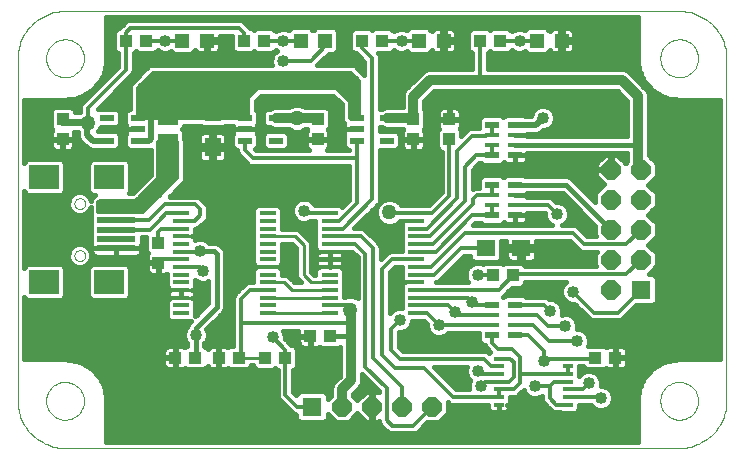
<source format=gtl>
G75*
G70*
%OFA0B0*%
%FSLAX24Y24*%
%IPPOS*%
%LPD*%
%AMOC8*
5,1,8,0,0,1.08239X$1,22.5*
%
%ADD10R,0.0394X0.0433*%
%ADD11R,0.0472X0.0472*%
%ADD12R,0.0433X0.0394*%
%ADD13R,0.0630X0.0551*%
%ADD14R,0.0701X0.0402*%
%ADD15R,0.0551X0.0630*%
%ADD16R,0.0354X0.0138*%
%ADD17R,0.0984X0.0787*%
%ADD18R,0.1299X0.0197*%
%ADD19C,0.0000*%
%ADD20R,0.0453X0.0173*%
%ADD21R,0.0453X0.0248*%
%ADD22R,0.0640X0.0640*%
%ADD23OC8,0.0640*%
%ADD24R,0.0550X0.0137*%
%ADD25R,0.0472X0.0217*%
%ADD26C,0.0160*%
%ADD27C,0.0120*%
%ADD28C,0.0100*%
%ADD29C,0.0400*%
%ADD30C,0.0450*%
%ADD31C,0.0500*%
%ADD32C,0.0320*%
%ADD33C,0.0200*%
%ADD34C,0.0240*%
D10*
X012647Y007633D03*
X013317Y007633D03*
X009082Y010798D03*
X009082Y011467D03*
X005894Y014906D03*
X005894Y015576D03*
X007997Y018199D03*
X008666Y018199D03*
X011934Y018199D03*
X012603Y018199D03*
X015871Y018199D03*
X016540Y018199D03*
X019808Y018199D03*
X020477Y018199D03*
X018782Y015576D03*
X018782Y014906D03*
X017582Y014906D03*
X017582Y015576D03*
X014394Y015576D03*
X014394Y014906D03*
X020247Y010383D03*
X020917Y010383D03*
D11*
X021697Y018199D03*
X022524Y018199D03*
X018587Y018199D03*
X017760Y018199D03*
X014650Y018199D03*
X013823Y018199D03*
X010713Y018199D03*
X009886Y018199D03*
D12*
X014147Y008341D03*
X014817Y008341D03*
X011767Y007633D03*
X011097Y007633D03*
X010317Y007633D03*
X009647Y007633D03*
X023647Y007633D03*
X024317Y007633D03*
D13*
X021173Y011283D03*
X019992Y011283D03*
D14*
X009394Y014891D03*
X009394Y015591D03*
D15*
X010894Y015832D03*
X010894Y014651D03*
D16*
X020431Y007600D03*
X020431Y007344D03*
X020431Y007089D03*
X020431Y006833D03*
X020431Y006577D03*
X020431Y006321D03*
X020431Y006065D03*
X022734Y006065D03*
X022734Y006321D03*
X022734Y006577D03*
X022734Y006833D03*
X022734Y007089D03*
X022734Y007344D03*
X022734Y007600D03*
D17*
X007446Y010148D03*
X005280Y010148D03*
X005280Y013651D03*
X007446Y013651D03*
D18*
X007682Y012529D03*
X007682Y012214D03*
X007682Y011900D03*
X007682Y011585D03*
X007682Y011270D03*
D19*
X005969Y004616D02*
X026442Y004616D01*
X026519Y004618D01*
X026596Y004624D01*
X026673Y004633D01*
X026749Y004646D01*
X026825Y004663D01*
X026899Y004684D01*
X026973Y004708D01*
X027045Y004736D01*
X027115Y004767D01*
X027184Y004802D01*
X027252Y004840D01*
X027317Y004881D01*
X027380Y004926D01*
X027441Y004974D01*
X027500Y005024D01*
X027556Y005077D01*
X027609Y005133D01*
X027659Y005192D01*
X027707Y005253D01*
X027752Y005316D01*
X027793Y005381D01*
X027831Y005449D01*
X027866Y005518D01*
X027897Y005588D01*
X027925Y005660D01*
X027949Y005734D01*
X027970Y005808D01*
X027987Y005884D01*
X028000Y005960D01*
X028009Y006037D01*
X028015Y006114D01*
X028017Y006191D01*
X028016Y006191D02*
X028016Y017608D01*
X028017Y017608D02*
X028015Y017685D01*
X028009Y017762D01*
X028000Y017839D01*
X027987Y017915D01*
X027970Y017991D01*
X027949Y018065D01*
X027925Y018139D01*
X027897Y018211D01*
X027866Y018281D01*
X027831Y018350D01*
X027793Y018418D01*
X027752Y018483D01*
X027707Y018546D01*
X027659Y018607D01*
X027609Y018666D01*
X027556Y018722D01*
X027500Y018775D01*
X027441Y018825D01*
X027380Y018873D01*
X027317Y018918D01*
X027252Y018959D01*
X027184Y018997D01*
X027115Y019032D01*
X027045Y019063D01*
X026973Y019091D01*
X026899Y019115D01*
X026825Y019136D01*
X026749Y019153D01*
X026673Y019166D01*
X026596Y019175D01*
X026519Y019181D01*
X026442Y019183D01*
X005969Y019183D01*
X005892Y019181D01*
X005815Y019175D01*
X005738Y019166D01*
X005662Y019153D01*
X005586Y019136D01*
X005512Y019115D01*
X005438Y019091D01*
X005366Y019063D01*
X005296Y019032D01*
X005227Y018997D01*
X005159Y018959D01*
X005094Y018918D01*
X005031Y018873D01*
X004970Y018825D01*
X004911Y018775D01*
X004855Y018722D01*
X004802Y018666D01*
X004752Y018607D01*
X004704Y018546D01*
X004659Y018483D01*
X004618Y018418D01*
X004580Y018350D01*
X004545Y018281D01*
X004514Y018211D01*
X004486Y018139D01*
X004462Y018065D01*
X004441Y017991D01*
X004424Y017915D01*
X004411Y017839D01*
X004402Y017762D01*
X004396Y017685D01*
X004394Y017608D01*
X004394Y006191D01*
X004396Y006114D01*
X004402Y006037D01*
X004411Y005960D01*
X004424Y005884D01*
X004441Y005808D01*
X004462Y005734D01*
X004486Y005660D01*
X004514Y005588D01*
X004545Y005518D01*
X004580Y005449D01*
X004618Y005381D01*
X004659Y005316D01*
X004704Y005253D01*
X004752Y005192D01*
X004802Y005133D01*
X004855Y005077D01*
X004911Y005024D01*
X004970Y004974D01*
X005031Y004926D01*
X005094Y004881D01*
X005159Y004840D01*
X005227Y004802D01*
X005296Y004767D01*
X005366Y004736D01*
X005438Y004708D01*
X005512Y004684D01*
X005586Y004663D01*
X005662Y004646D01*
X005738Y004633D01*
X005815Y004624D01*
X005892Y004618D01*
X005969Y004616D01*
X005892Y004618D01*
X005815Y004624D01*
X005738Y004633D01*
X005662Y004646D01*
X005586Y004663D01*
X005512Y004684D01*
X005438Y004708D01*
X005366Y004736D01*
X005296Y004767D01*
X005227Y004802D01*
X005159Y004840D01*
X005094Y004881D01*
X005031Y004926D01*
X004970Y004974D01*
X004911Y005024D01*
X004855Y005077D01*
X004802Y005133D01*
X004752Y005192D01*
X004704Y005253D01*
X004659Y005316D01*
X004618Y005381D01*
X004580Y005449D01*
X004545Y005518D01*
X004514Y005588D01*
X004486Y005660D01*
X004462Y005734D01*
X004441Y005808D01*
X004424Y005884D01*
X004411Y005960D01*
X004402Y006037D01*
X004396Y006114D01*
X004394Y006191D01*
X005339Y006191D02*
X005341Y006241D01*
X005347Y006291D01*
X005357Y006340D01*
X005371Y006388D01*
X005388Y006435D01*
X005409Y006480D01*
X005434Y006524D01*
X005462Y006565D01*
X005494Y006604D01*
X005528Y006641D01*
X005565Y006675D01*
X005605Y006705D01*
X005647Y006732D01*
X005691Y006756D01*
X005737Y006777D01*
X005784Y006793D01*
X005832Y006806D01*
X005882Y006815D01*
X005931Y006820D01*
X005982Y006821D01*
X006032Y006818D01*
X006081Y006811D01*
X006130Y006800D01*
X006178Y006785D01*
X006224Y006767D01*
X006269Y006745D01*
X006312Y006719D01*
X006353Y006690D01*
X006392Y006658D01*
X006428Y006623D01*
X006460Y006585D01*
X006490Y006545D01*
X006517Y006502D01*
X006540Y006458D01*
X006559Y006412D01*
X006575Y006364D01*
X006587Y006315D01*
X006595Y006266D01*
X006599Y006216D01*
X006599Y006166D01*
X006595Y006116D01*
X006587Y006067D01*
X006575Y006018D01*
X006559Y005970D01*
X006540Y005924D01*
X006517Y005880D01*
X006490Y005837D01*
X006460Y005797D01*
X006428Y005759D01*
X006392Y005724D01*
X006353Y005692D01*
X006312Y005663D01*
X006269Y005637D01*
X006224Y005615D01*
X006178Y005597D01*
X006130Y005582D01*
X006081Y005571D01*
X006032Y005564D01*
X005982Y005561D01*
X005931Y005562D01*
X005882Y005567D01*
X005832Y005576D01*
X005784Y005589D01*
X005737Y005605D01*
X005691Y005626D01*
X005647Y005650D01*
X005605Y005677D01*
X005565Y005707D01*
X005528Y005741D01*
X005494Y005778D01*
X005462Y005817D01*
X005434Y005858D01*
X005409Y005902D01*
X005388Y005947D01*
X005371Y005994D01*
X005357Y006042D01*
X005347Y006091D01*
X005341Y006141D01*
X005339Y006191D01*
X006284Y011033D02*
X006286Y011059D01*
X006292Y011085D01*
X006302Y011110D01*
X006315Y011133D01*
X006331Y011153D01*
X006351Y011171D01*
X006373Y011186D01*
X006396Y011198D01*
X006422Y011206D01*
X006448Y011210D01*
X006474Y011210D01*
X006500Y011206D01*
X006526Y011198D01*
X006550Y011186D01*
X006571Y011171D01*
X006591Y011153D01*
X006607Y011133D01*
X006620Y011110D01*
X006630Y011085D01*
X006636Y011059D01*
X006638Y011033D01*
X006636Y011007D01*
X006630Y010981D01*
X006620Y010956D01*
X006607Y010933D01*
X006591Y010913D01*
X006571Y010895D01*
X006549Y010880D01*
X006526Y010868D01*
X006500Y010860D01*
X006474Y010856D01*
X006448Y010856D01*
X006422Y010860D01*
X006396Y010868D01*
X006372Y010880D01*
X006351Y010895D01*
X006331Y010913D01*
X006315Y010933D01*
X006302Y010956D01*
X006292Y010981D01*
X006286Y011007D01*
X006284Y011033D01*
X006284Y012766D02*
X006286Y012792D01*
X006292Y012818D01*
X006302Y012843D01*
X006315Y012866D01*
X006331Y012886D01*
X006351Y012904D01*
X006373Y012919D01*
X006396Y012931D01*
X006422Y012939D01*
X006448Y012943D01*
X006474Y012943D01*
X006500Y012939D01*
X006526Y012931D01*
X006550Y012919D01*
X006571Y012904D01*
X006591Y012886D01*
X006607Y012866D01*
X006620Y012843D01*
X006630Y012818D01*
X006636Y012792D01*
X006638Y012766D01*
X006636Y012740D01*
X006630Y012714D01*
X006620Y012689D01*
X006607Y012666D01*
X006591Y012646D01*
X006571Y012628D01*
X006549Y012613D01*
X006526Y012601D01*
X006500Y012593D01*
X006474Y012589D01*
X006448Y012589D01*
X006422Y012593D01*
X006396Y012601D01*
X006372Y012613D01*
X006351Y012628D01*
X006331Y012646D01*
X006315Y012666D01*
X006302Y012689D01*
X006292Y012714D01*
X006286Y012740D01*
X006284Y012766D01*
X004394Y017608D02*
X004396Y017685D01*
X004402Y017762D01*
X004411Y017839D01*
X004424Y017915D01*
X004441Y017991D01*
X004462Y018065D01*
X004486Y018139D01*
X004514Y018211D01*
X004545Y018281D01*
X004580Y018350D01*
X004618Y018418D01*
X004659Y018483D01*
X004704Y018546D01*
X004752Y018607D01*
X004802Y018666D01*
X004855Y018722D01*
X004911Y018775D01*
X004970Y018825D01*
X005031Y018873D01*
X005094Y018918D01*
X005159Y018959D01*
X005227Y018997D01*
X005296Y019032D01*
X005366Y019063D01*
X005438Y019091D01*
X005512Y019115D01*
X005586Y019136D01*
X005662Y019153D01*
X005738Y019166D01*
X005815Y019175D01*
X005892Y019181D01*
X005969Y019183D01*
X005339Y017608D02*
X005341Y017658D01*
X005347Y017708D01*
X005357Y017757D01*
X005371Y017805D01*
X005388Y017852D01*
X005409Y017897D01*
X005434Y017941D01*
X005462Y017982D01*
X005494Y018021D01*
X005528Y018058D01*
X005565Y018092D01*
X005605Y018122D01*
X005647Y018149D01*
X005691Y018173D01*
X005737Y018194D01*
X005784Y018210D01*
X005832Y018223D01*
X005882Y018232D01*
X005931Y018237D01*
X005982Y018238D01*
X006032Y018235D01*
X006081Y018228D01*
X006130Y018217D01*
X006178Y018202D01*
X006224Y018184D01*
X006269Y018162D01*
X006312Y018136D01*
X006353Y018107D01*
X006392Y018075D01*
X006428Y018040D01*
X006460Y018002D01*
X006490Y017962D01*
X006517Y017919D01*
X006540Y017875D01*
X006559Y017829D01*
X006575Y017781D01*
X006587Y017732D01*
X006595Y017683D01*
X006599Y017633D01*
X006599Y017583D01*
X006595Y017533D01*
X006587Y017484D01*
X006575Y017435D01*
X006559Y017387D01*
X006540Y017341D01*
X006517Y017297D01*
X006490Y017254D01*
X006460Y017214D01*
X006428Y017176D01*
X006392Y017141D01*
X006353Y017109D01*
X006312Y017080D01*
X006269Y017054D01*
X006224Y017032D01*
X006178Y017014D01*
X006130Y016999D01*
X006081Y016988D01*
X006032Y016981D01*
X005982Y016978D01*
X005931Y016979D01*
X005882Y016984D01*
X005832Y016993D01*
X005784Y017006D01*
X005737Y017022D01*
X005691Y017043D01*
X005647Y017067D01*
X005605Y017094D01*
X005565Y017124D01*
X005528Y017158D01*
X005494Y017195D01*
X005462Y017234D01*
X005434Y017275D01*
X005409Y017319D01*
X005388Y017364D01*
X005371Y017411D01*
X005357Y017459D01*
X005347Y017508D01*
X005341Y017558D01*
X005339Y017608D01*
X026442Y019183D02*
X026519Y019181D01*
X026596Y019175D01*
X026673Y019166D01*
X026749Y019153D01*
X026825Y019136D01*
X026899Y019115D01*
X026973Y019091D01*
X027045Y019063D01*
X027115Y019032D01*
X027184Y018997D01*
X027252Y018959D01*
X027317Y018918D01*
X027380Y018873D01*
X027441Y018825D01*
X027500Y018775D01*
X027556Y018722D01*
X027609Y018666D01*
X027659Y018607D01*
X027707Y018546D01*
X027752Y018483D01*
X027793Y018418D01*
X027831Y018350D01*
X027866Y018281D01*
X027897Y018211D01*
X027925Y018139D01*
X027949Y018065D01*
X027970Y017991D01*
X027987Y017915D01*
X028000Y017839D01*
X028009Y017762D01*
X028015Y017685D01*
X028017Y017608D01*
X025812Y017608D02*
X025814Y017658D01*
X025820Y017708D01*
X025830Y017757D01*
X025844Y017805D01*
X025861Y017852D01*
X025882Y017897D01*
X025907Y017941D01*
X025935Y017982D01*
X025967Y018021D01*
X026001Y018058D01*
X026038Y018092D01*
X026078Y018122D01*
X026120Y018149D01*
X026164Y018173D01*
X026210Y018194D01*
X026257Y018210D01*
X026305Y018223D01*
X026355Y018232D01*
X026404Y018237D01*
X026455Y018238D01*
X026505Y018235D01*
X026554Y018228D01*
X026603Y018217D01*
X026651Y018202D01*
X026697Y018184D01*
X026742Y018162D01*
X026785Y018136D01*
X026826Y018107D01*
X026865Y018075D01*
X026901Y018040D01*
X026933Y018002D01*
X026963Y017962D01*
X026990Y017919D01*
X027013Y017875D01*
X027032Y017829D01*
X027048Y017781D01*
X027060Y017732D01*
X027068Y017683D01*
X027072Y017633D01*
X027072Y017583D01*
X027068Y017533D01*
X027060Y017484D01*
X027048Y017435D01*
X027032Y017387D01*
X027013Y017341D01*
X026990Y017297D01*
X026963Y017254D01*
X026933Y017214D01*
X026901Y017176D01*
X026865Y017141D01*
X026826Y017109D01*
X026785Y017080D01*
X026742Y017054D01*
X026697Y017032D01*
X026651Y017014D01*
X026603Y016999D01*
X026554Y016988D01*
X026505Y016981D01*
X026455Y016978D01*
X026404Y016979D01*
X026355Y016984D01*
X026305Y016993D01*
X026257Y017006D01*
X026210Y017022D01*
X026164Y017043D01*
X026120Y017067D01*
X026078Y017094D01*
X026038Y017124D01*
X026001Y017158D01*
X025967Y017195D01*
X025935Y017234D01*
X025907Y017275D01*
X025882Y017319D01*
X025861Y017364D01*
X025844Y017411D01*
X025830Y017459D01*
X025820Y017508D01*
X025814Y017558D01*
X025812Y017608D01*
X028017Y006191D02*
X028015Y006114D01*
X028009Y006037D01*
X028000Y005960D01*
X027987Y005884D01*
X027970Y005808D01*
X027949Y005734D01*
X027925Y005660D01*
X027897Y005588D01*
X027866Y005518D01*
X027831Y005449D01*
X027793Y005381D01*
X027752Y005316D01*
X027707Y005253D01*
X027659Y005192D01*
X027609Y005133D01*
X027556Y005077D01*
X027500Y005024D01*
X027441Y004974D01*
X027380Y004926D01*
X027317Y004881D01*
X027252Y004840D01*
X027184Y004802D01*
X027115Y004767D01*
X027045Y004736D01*
X026973Y004708D01*
X026899Y004684D01*
X026825Y004663D01*
X026749Y004646D01*
X026673Y004633D01*
X026596Y004624D01*
X026519Y004618D01*
X026442Y004616D01*
X025812Y006191D02*
X025814Y006241D01*
X025820Y006291D01*
X025830Y006340D01*
X025844Y006388D01*
X025861Y006435D01*
X025882Y006480D01*
X025907Y006524D01*
X025935Y006565D01*
X025967Y006604D01*
X026001Y006641D01*
X026038Y006675D01*
X026078Y006705D01*
X026120Y006732D01*
X026164Y006756D01*
X026210Y006777D01*
X026257Y006793D01*
X026305Y006806D01*
X026355Y006815D01*
X026404Y006820D01*
X026455Y006821D01*
X026505Y006818D01*
X026554Y006811D01*
X026603Y006800D01*
X026651Y006785D01*
X026697Y006767D01*
X026742Y006745D01*
X026785Y006719D01*
X026826Y006690D01*
X026865Y006658D01*
X026901Y006623D01*
X026933Y006585D01*
X026963Y006545D01*
X026990Y006502D01*
X027013Y006458D01*
X027032Y006412D01*
X027048Y006364D01*
X027060Y006315D01*
X027068Y006266D01*
X027072Y006216D01*
X027072Y006166D01*
X027068Y006116D01*
X027060Y006067D01*
X027048Y006018D01*
X027032Y005970D01*
X027013Y005924D01*
X026990Y005880D01*
X026963Y005837D01*
X026933Y005797D01*
X026901Y005759D01*
X026865Y005724D01*
X026826Y005692D01*
X026785Y005663D01*
X026742Y005637D01*
X026697Y005615D01*
X026651Y005597D01*
X026603Y005582D01*
X026554Y005571D01*
X026505Y005564D01*
X026455Y005561D01*
X026404Y005562D01*
X026355Y005567D01*
X026305Y005576D01*
X026257Y005589D01*
X026210Y005605D01*
X026164Y005626D01*
X026120Y005650D01*
X026078Y005677D01*
X026038Y005707D01*
X026001Y005741D01*
X025967Y005778D01*
X025935Y005817D01*
X025907Y005858D01*
X025882Y005902D01*
X025861Y005947D01*
X025844Y005994D01*
X025830Y006042D01*
X025820Y006091D01*
X025814Y006141D01*
X025812Y006191D01*
D20*
X020966Y008725D03*
X020966Y009040D03*
X020198Y009040D03*
X020198Y008725D03*
X020198Y012725D03*
X020198Y013040D03*
X020966Y013040D03*
X020966Y012725D03*
X020966Y014725D03*
X020966Y015040D03*
X020198Y015040D03*
X020198Y014725D03*
D21*
X020198Y014373D03*
X020966Y014373D03*
X020966Y015392D03*
X020198Y015392D03*
X020198Y013392D03*
X020966Y013392D03*
X020966Y012373D03*
X020198Y012373D03*
X020198Y009392D03*
X020966Y009392D03*
X020966Y008373D03*
X020198Y008373D03*
D22*
X025170Y009900D03*
X014205Y005994D03*
D23*
X015205Y005994D03*
X016205Y005994D03*
X017205Y005994D03*
X018205Y005994D03*
X024170Y009900D03*
X024170Y010900D03*
X025170Y010900D03*
X025170Y011900D03*
X024170Y011900D03*
X024170Y012900D03*
X025170Y012900D03*
X025170Y013900D03*
X024170Y013900D03*
D24*
X017671Y012446D03*
X017671Y012190D03*
X017671Y011934D03*
X017671Y011678D03*
X017671Y011422D03*
X017671Y011166D03*
X017671Y010911D03*
X017671Y010655D03*
X017671Y010399D03*
X017671Y010143D03*
X017671Y009887D03*
X017671Y009631D03*
X017671Y009375D03*
X017671Y009119D03*
X014793Y009119D03*
X014793Y009375D03*
X014793Y009631D03*
X014793Y009887D03*
X014793Y010143D03*
X014793Y010399D03*
X014793Y010655D03*
X014793Y010911D03*
X014793Y011166D03*
X014793Y011422D03*
X014793Y011678D03*
X014793Y011934D03*
X014793Y012190D03*
X014793Y012446D03*
X012721Y012446D03*
X012721Y012190D03*
X012721Y011934D03*
X012721Y011678D03*
X012721Y011422D03*
X012721Y011166D03*
X012721Y010911D03*
X012721Y010655D03*
X012721Y010399D03*
X012721Y010143D03*
X012721Y009887D03*
X012721Y009631D03*
X012721Y009375D03*
X012721Y009119D03*
X009843Y009119D03*
X009843Y009375D03*
X009843Y009631D03*
X009843Y009887D03*
X009843Y010143D03*
X009843Y010399D03*
X009843Y010655D03*
X009843Y010911D03*
X009843Y011166D03*
X009843Y011422D03*
X009843Y011678D03*
X009843Y011934D03*
X009843Y012190D03*
X009843Y012446D03*
D25*
X008406Y014867D03*
X008406Y015241D03*
X008406Y015615D03*
X007383Y015615D03*
X007383Y014867D03*
X011970Y014867D03*
X011970Y015241D03*
X011970Y015615D03*
X012994Y015615D03*
X012994Y014867D03*
X015694Y014867D03*
X015694Y015241D03*
X015694Y015615D03*
X016717Y015615D03*
X016717Y014867D03*
D26*
X016465Y014559D02*
X017036Y014559D01*
X017153Y014676D01*
X017153Y015058D01*
X017036Y015175D01*
X016465Y015175D01*
X016465Y015307D01*
X016521Y015307D01*
X016646Y015255D01*
X017206Y015255D01*
X017236Y015225D01*
X017218Y015192D01*
X017205Y015147D01*
X017205Y014925D01*
X017563Y014925D01*
X017563Y014888D01*
X017205Y014888D01*
X017205Y014666D01*
X017218Y014620D01*
X017241Y014579D01*
X017275Y014546D01*
X017316Y014522D01*
X017362Y014510D01*
X017564Y014510D01*
X017564Y014888D01*
X017601Y014888D01*
X017601Y014925D01*
X017959Y014925D01*
X017959Y015147D01*
X017947Y015192D01*
X017928Y015225D01*
X017979Y015276D01*
X017979Y015875D01*
X017942Y015912D01*
X017942Y016183D01*
X018281Y016523D01*
X019638Y016523D01*
X021860Y016523D01*
X024378Y016523D01*
X024704Y016197D01*
X024704Y015005D01*
X021372Y015005D01*
X021372Y015040D01*
X020966Y015040D01*
X020966Y015040D01*
X021372Y015040D01*
X021372Y015092D01*
X021611Y015092D01*
X021730Y015092D01*
X021841Y015138D01*
X021919Y015216D01*
X021974Y015216D01*
X022121Y015277D01*
X022233Y015389D01*
X022294Y015536D01*
X022294Y015696D01*
X022233Y015843D01*
X022121Y015955D01*
X021974Y016016D01*
X021815Y016016D01*
X021668Y015955D01*
X021555Y015843D01*
X021494Y015696D01*
X021494Y015692D01*
X021299Y015692D01*
X021275Y015716D01*
X020657Y015716D01*
X020582Y015642D01*
X020507Y015716D01*
X019889Y015716D01*
X019772Y015599D01*
X019772Y015289D01*
X019495Y015289D01*
X019400Y015249D01*
X019326Y015176D01*
X019179Y015028D01*
X019179Y015206D01*
X019128Y015257D01*
X019147Y015290D01*
X019159Y015335D01*
X019159Y015557D01*
X018801Y015557D01*
X018801Y015594D01*
X019159Y015594D01*
X019159Y015816D01*
X019147Y015862D01*
X019123Y015903D01*
X019089Y015936D01*
X019048Y015960D01*
X019003Y015972D01*
X018801Y015972D01*
X018801Y015594D01*
X018764Y015594D01*
X018764Y015972D01*
X018562Y015972D01*
X018516Y015960D01*
X018475Y015936D01*
X018441Y015903D01*
X018418Y015862D01*
X018405Y015816D01*
X018405Y015594D01*
X018763Y015594D01*
X018763Y015557D01*
X018405Y015557D01*
X018405Y015335D01*
X018418Y015290D01*
X018436Y015257D01*
X018385Y015206D01*
X018385Y014607D01*
X018502Y014490D01*
X018522Y014490D01*
X018522Y013140D01*
X018088Y012706D01*
X018038Y012706D01*
X018029Y012714D01*
X017314Y012714D01*
X017305Y012706D01*
X017177Y012706D01*
X017164Y012737D01*
X017037Y012864D01*
X016872Y012933D01*
X016693Y012933D01*
X016527Y012864D01*
X016429Y012765D01*
X016465Y012854D01*
X016465Y012958D01*
X016465Y014559D01*
X016465Y014446D02*
X018522Y014446D01*
X018522Y014287D02*
X016465Y014287D01*
X016465Y014129D02*
X018522Y014129D01*
X018522Y013970D02*
X016465Y013970D01*
X016465Y013812D02*
X018522Y013812D01*
X018522Y013653D02*
X016465Y013653D01*
X016465Y013494D02*
X018522Y013494D01*
X018522Y013336D02*
X016465Y013336D01*
X016465Y013177D02*
X018522Y013177D01*
X018401Y013019D02*
X016465Y013019D01*
X016465Y012860D02*
X016524Y012860D01*
X016398Y012731D02*
X016332Y012572D01*
X016332Y012393D01*
X016401Y012228D01*
X016527Y012101D01*
X016693Y012033D01*
X016872Y012033D01*
X017037Y012101D01*
X017122Y012186D01*
X017216Y012186D01*
X017216Y012106D01*
X017196Y012086D01*
X017196Y011830D01*
X017196Y011574D01*
X017196Y011318D01*
X017196Y011171D01*
X016808Y011171D01*
X016713Y011131D01*
X016640Y011058D01*
X016492Y010910D01*
X016492Y011334D01*
X016453Y011430D01*
X016379Y011503D01*
X015984Y011899D01*
X015888Y011938D01*
X015785Y011938D01*
X015605Y011938D01*
X016398Y012731D01*
X016386Y012702D02*
X016369Y012702D01*
X016332Y012543D02*
X016210Y012543D01*
X016336Y012385D02*
X016052Y012385D01*
X015893Y012226D02*
X016402Y012226D01*
X016608Y012068D02*
X015735Y012068D01*
X015959Y011909D02*
X017196Y011909D01*
X017196Y011751D02*
X016132Y011751D01*
X016290Y011592D02*
X017196Y011592D01*
X017196Y011433D02*
X016449Y011433D01*
X016492Y011275D02*
X017196Y011275D01*
X016698Y011116D02*
X016492Y011116D01*
X016492Y010958D02*
X016540Y010958D01*
X016640Y011058D02*
X016640Y011058D01*
X016968Y010651D02*
X017196Y010651D01*
X017196Y010503D01*
X017196Y010247D01*
X017216Y010227D01*
X017216Y010143D01*
X017301Y010143D01*
X017301Y010143D01*
X017301Y010143D01*
X017216Y010143D01*
X017216Y010058D01*
X017196Y010038D01*
X017196Y009782D01*
X017196Y009526D01*
X017196Y009283D01*
X017053Y009283D01*
X016906Y009222D01*
X016793Y009109D01*
X016792Y009107D01*
X016792Y010475D01*
X016968Y010651D01*
X016958Y010641D02*
X017196Y010641D01*
X017196Y010482D02*
X016799Y010482D01*
X016792Y010324D02*
X017196Y010324D01*
X017216Y010165D02*
X016792Y010165D01*
X016792Y010007D02*
X017196Y010007D01*
X017196Y009848D02*
X016792Y009848D01*
X016792Y009689D02*
X017196Y009689D01*
X017196Y009531D02*
X016792Y009531D01*
X016792Y009372D02*
X017196Y009372D01*
X016898Y009214D02*
X016792Y009214D01*
X017532Y008851D02*
X017939Y008851D01*
X018032Y008757D01*
X018032Y008646D01*
X018093Y008499D01*
X018206Y008386D01*
X018353Y008325D01*
X018512Y008325D01*
X018659Y008386D01*
X018738Y008465D01*
X019772Y008465D01*
X019772Y008166D01*
X019889Y008049D01*
X019958Y008049D01*
X019970Y008023D01*
X019988Y007980D01*
X019992Y007976D01*
X019994Y007971D01*
X020028Y007940D01*
X020135Y007833D01*
X020092Y007790D01*
X020079Y007803D01*
X019984Y007843D01*
X017240Y007843D01*
X017092Y007990D01*
X017092Y008475D01*
X017100Y008483D01*
X017212Y008483D01*
X017359Y008544D01*
X017471Y008656D01*
X017532Y008803D01*
X017532Y008851D01*
X017505Y008738D02*
X018032Y008738D01*
X018059Y008580D02*
X017395Y008580D01*
X017092Y008421D02*
X018170Y008421D01*
X018694Y008421D02*
X019772Y008421D01*
X019772Y008263D02*
X017092Y008263D01*
X017092Y008104D02*
X019834Y008104D01*
X020022Y007945D02*
X017137Y007945D01*
X018276Y007323D02*
X019357Y007323D01*
X019332Y007262D01*
X019332Y007103D01*
X019393Y006956D01*
X019477Y006872D01*
X019432Y006762D01*
X019432Y006603D01*
X019441Y006581D01*
X019018Y006581D01*
X018276Y007323D01*
X018287Y007311D02*
X019353Y007311D01*
X019332Y007153D02*
X018446Y007153D01*
X018604Y006994D02*
X019377Y006994D01*
X019463Y006836D02*
X018763Y006836D01*
X018921Y006677D02*
X019432Y006677D01*
X018858Y006061D02*
X020073Y006061D01*
X020073Y005972D01*
X020086Y005926D01*
X020109Y005885D01*
X020143Y005852D01*
X020184Y005828D01*
X020230Y005816D01*
X020430Y005816D01*
X020430Y006052D01*
X020431Y006052D01*
X020431Y005816D01*
X020631Y005816D01*
X020677Y005828D01*
X020718Y005852D01*
X020752Y005885D01*
X020775Y005926D01*
X020788Y005972D01*
X020788Y006065D01*
X020788Y006149D01*
X020808Y006169D01*
X020808Y006323D01*
X020984Y006323D01*
X021079Y006362D01*
X021153Y006435D01*
X021258Y006541D01*
X021293Y006456D01*
X021406Y006344D01*
X021553Y006283D01*
X021712Y006283D01*
X021859Y006344D01*
X021872Y006357D01*
X021872Y006231D01*
X021912Y006135D01*
X021985Y006062D01*
X022203Y005844D01*
X022298Y005805D01*
X022402Y005805D01*
X022465Y005805D01*
X022474Y005796D01*
X022994Y005796D01*
X023111Y005913D01*
X023111Y006061D01*
X023491Y006061D01*
X023493Y006056D01*
X023606Y005944D01*
X023753Y005883D01*
X023912Y005883D01*
X024059Y005944D01*
X024171Y006056D01*
X024232Y006203D01*
X024232Y006362D01*
X024171Y006509D01*
X024059Y006622D01*
X023912Y006683D01*
X023824Y006683D01*
X023832Y006703D01*
X023832Y006862D01*
X023771Y007009D01*
X023659Y007122D01*
X023512Y007183D01*
X023353Y007183D01*
X023206Y007122D01*
X023111Y007027D01*
X023111Y007193D01*
X023111Y007340D01*
X023244Y007340D01*
X023348Y007236D01*
X023947Y007236D01*
X023998Y007287D01*
X024031Y007268D01*
X024076Y007256D01*
X024298Y007256D01*
X024298Y007614D01*
X024335Y007614D01*
X024335Y007256D01*
X024557Y007256D01*
X024603Y007268D01*
X024644Y007292D01*
X024677Y007325D01*
X024701Y007366D01*
X024713Y007412D01*
X024713Y007614D01*
X024335Y007614D01*
X024335Y007651D01*
X024298Y007651D01*
X024298Y008009D01*
X024076Y008009D01*
X024031Y007997D01*
X023998Y007978D01*
X023947Y008029D01*
X023414Y008029D01*
X023445Y008103D01*
X023445Y008262D01*
X023384Y008409D01*
X023271Y008522D01*
X023124Y008583D01*
X023036Y008583D01*
X023045Y008603D01*
X023045Y008762D01*
X022984Y008909D01*
X022871Y009022D01*
X022724Y009083D01*
X022565Y009083D01*
X022530Y009068D01*
X022545Y009103D01*
X022545Y009262D01*
X022484Y009409D01*
X022371Y009522D01*
X022224Y009583D01*
X022112Y009583D01*
X022082Y009613D01*
X021987Y009652D01*
X021883Y009652D01*
X021339Y009652D01*
X021275Y009716D01*
X020657Y009716D01*
X020582Y009642D01*
X020561Y009663D01*
X020568Y009666D01*
X020868Y009966D01*
X021196Y009966D01*
X021314Y010083D01*
X021314Y010156D01*
X022671Y010156D01*
X022575Y010059D01*
X022514Y009912D01*
X022514Y009753D01*
X022575Y009606D01*
X022687Y009494D01*
X022834Y009433D01*
X022946Y009433D01*
X023393Y008985D01*
X023466Y008912D01*
X023562Y008873D01*
X024396Y008873D01*
X024447Y008872D01*
X024448Y008873D01*
X024448Y008873D01*
X024498Y008893D01*
X024543Y008912D01*
X024544Y008912D01*
X024582Y008950D01*
X025015Y009380D01*
X025573Y009380D01*
X025690Y009497D01*
X025690Y010302D01*
X025573Y010419D01*
X025425Y010419D01*
X025690Y010684D01*
X025690Y011115D01*
X025405Y011399D01*
X025690Y011684D01*
X025690Y012115D01*
X025405Y012399D01*
X025690Y012684D01*
X025690Y013115D01*
X025405Y013400D01*
X025690Y013684D01*
X025690Y014115D01*
X025424Y014381D01*
X025424Y014854D01*
X025424Y016274D01*
X025424Y016417D01*
X025369Y016550D01*
X024731Y017188D01*
X024598Y017243D01*
X024455Y017243D01*
X021860Y017243D01*
X020068Y017243D01*
X020068Y017782D01*
X020087Y017782D01*
X020142Y017837D01*
X020197Y017782D01*
X020757Y017782D01*
X020867Y017893D01*
X020900Y017860D01*
X021047Y017799D01*
X021206Y017799D01*
X021302Y017839D01*
X021378Y017763D01*
X022017Y017763D01*
X022130Y017876D01*
X022144Y017852D01*
X022177Y017818D01*
X022219Y017795D01*
X022264Y017783D01*
X022486Y017783D01*
X022486Y018160D01*
X022562Y018160D01*
X022562Y017783D01*
X022784Y017783D01*
X022830Y017795D01*
X022871Y017818D01*
X022904Y017852D01*
X022928Y017893D01*
X022940Y017939D01*
X022940Y018161D01*
X022563Y018161D01*
X022563Y018237D01*
X022940Y018237D01*
X022940Y018459D01*
X022928Y018504D01*
X022904Y018545D01*
X022871Y018579D01*
X022830Y018603D01*
X022784Y018615D01*
X022562Y018615D01*
X022562Y018237D01*
X022486Y018237D01*
X022486Y018615D01*
X022264Y018615D01*
X022219Y018603D01*
X022177Y018579D01*
X022144Y018545D01*
X022130Y018521D01*
X022017Y018635D01*
X021378Y018635D01*
X021302Y018559D01*
X021206Y018599D01*
X021047Y018599D01*
X020900Y018538D01*
X020867Y018505D01*
X020757Y018615D01*
X020197Y018615D01*
X020142Y018560D01*
X020087Y018615D01*
X019528Y018615D01*
X019411Y018498D01*
X019411Y017899D01*
X019528Y017782D01*
X019548Y017782D01*
X019548Y017243D01*
X018204Y017243D01*
X018060Y017243D01*
X017928Y017188D01*
X017277Y016536D01*
X017222Y016404D01*
X017222Y016261D01*
X017222Y015975D01*
X016646Y015975D01*
X016521Y015923D01*
X016465Y015923D01*
X016465Y017660D01*
X016426Y017755D01*
X016399Y017782D01*
X016820Y017782D01*
X016930Y017893D01*
X016963Y017860D01*
X017110Y017799D01*
X017269Y017799D01*
X017365Y017839D01*
X017441Y017763D01*
X018080Y017763D01*
X018193Y017876D01*
X018207Y017852D01*
X018240Y017818D01*
X018282Y017795D01*
X018327Y017783D01*
X018549Y017783D01*
X018549Y018160D01*
X018625Y018160D01*
X018625Y017783D01*
X018847Y017783D01*
X018893Y017795D01*
X018934Y017818D01*
X018967Y017852D01*
X018991Y017893D01*
X019003Y017939D01*
X019003Y018161D01*
X018626Y018161D01*
X018626Y018237D01*
X019003Y018237D01*
X019003Y018459D01*
X018991Y018504D01*
X018967Y018545D01*
X018934Y018579D01*
X018893Y018603D01*
X018847Y018615D01*
X018625Y018615D01*
X018625Y018237D01*
X018549Y018237D01*
X018549Y018615D01*
X018327Y018615D01*
X018282Y018603D01*
X018240Y018579D01*
X018207Y018545D01*
X018193Y018521D01*
X018080Y018635D01*
X017441Y018635D01*
X017365Y018559D01*
X017269Y018599D01*
X017110Y018599D01*
X016963Y018538D01*
X016930Y018505D01*
X016820Y018615D01*
X016260Y018615D01*
X016205Y018560D01*
X016150Y018615D01*
X015591Y018615D01*
X015474Y018498D01*
X015474Y017899D01*
X015591Y017782D01*
X015664Y017782D01*
X015945Y017500D01*
X015945Y017058D01*
X015740Y017263D01*
X015667Y017336D01*
X015571Y017376D01*
X014372Y017376D01*
X014759Y017763D01*
X014969Y017763D01*
X015086Y017880D01*
X015086Y018518D01*
X014969Y018635D01*
X014331Y018635D01*
X014237Y018541D01*
X014143Y018635D01*
X013504Y018635D01*
X013428Y018559D01*
X013332Y018599D01*
X013173Y018599D01*
X013026Y018538D01*
X012993Y018505D01*
X012883Y018615D01*
X012323Y018615D01*
X012268Y018560D01*
X012213Y018615D01*
X012138Y018615D01*
X011917Y018836D01*
X011821Y018876D01*
X011718Y018876D01*
X008196Y018876D01*
X008093Y018876D01*
X007997Y018836D01*
X007776Y018616D01*
X007776Y018615D01*
X007717Y018615D01*
X007600Y018498D01*
X007600Y017899D01*
X007717Y017782D01*
X007737Y017782D01*
X007737Y017326D01*
X006512Y016101D01*
X006472Y016006D01*
X006472Y015902D01*
X006472Y015834D01*
X006442Y015804D01*
X006291Y015804D01*
X006291Y015875D01*
X006174Y015992D01*
X005615Y015992D01*
X005497Y015875D01*
X005497Y015276D01*
X005549Y015225D01*
X005530Y015192D01*
X005517Y015147D01*
X005517Y014925D01*
X005876Y014925D01*
X005876Y014888D01*
X005913Y014888D01*
X005913Y014925D01*
X006271Y014925D01*
X006271Y015147D01*
X006267Y015164D01*
X006390Y015164D01*
X006407Y015146D01*
X006407Y014994D01*
X006453Y014884D01*
X006537Y014799D01*
X006723Y014613D01*
X006834Y014567D01*
X006953Y014567D01*
X007055Y014567D01*
X007063Y014559D01*
X007702Y014559D01*
X007819Y014676D01*
X007819Y015058D01*
X007702Y015175D01*
X007086Y015175D01*
X007114Y015203D01*
X007157Y015307D01*
X007702Y015307D01*
X007819Y015424D01*
X007819Y015806D01*
X007702Y015923D01*
X007069Y015923D01*
X008217Y017071D01*
X008257Y017167D01*
X008257Y017270D01*
X008257Y017782D01*
X008276Y017782D01*
X008331Y017837D01*
X008386Y017782D01*
X008946Y017782D01*
X009056Y017893D01*
X009089Y017860D01*
X009236Y017799D01*
X009395Y017799D01*
X009491Y017839D01*
X009567Y017763D01*
X010206Y017763D01*
X010319Y017876D01*
X010333Y017852D01*
X010366Y017818D01*
X010408Y017795D01*
X010453Y017783D01*
X010675Y017783D01*
X010675Y018160D01*
X010751Y018160D01*
X010751Y017783D01*
X010973Y017783D01*
X011019Y017795D01*
X011060Y017818D01*
X011093Y017852D01*
X011117Y017893D01*
X011129Y017939D01*
X011129Y018161D01*
X010752Y018161D01*
X010752Y018237D01*
X011129Y018237D01*
X011129Y018356D01*
X011537Y018356D01*
X011537Y017899D01*
X011654Y017782D01*
X012213Y017782D01*
X012268Y017837D01*
X012323Y017782D01*
X012883Y017782D01*
X012993Y017893D01*
X013022Y017864D01*
X012914Y017756D01*
X012853Y017609D01*
X012853Y017450D01*
X012883Y017376D01*
X008946Y017376D01*
X008843Y017376D01*
X008747Y017336D01*
X008174Y016763D01*
X008134Y016668D01*
X008134Y016564D01*
X008134Y015923D01*
X008087Y015923D01*
X007970Y015806D01*
X007970Y015424D01*
X007996Y015397D01*
X007792Y015397D01*
X007819Y015556D02*
X007970Y015556D01*
X007970Y015714D02*
X007819Y015714D01*
X007752Y015873D02*
X008036Y015873D01*
X008134Y016031D02*
X007177Y016031D01*
X007336Y016190D02*
X008134Y016190D01*
X008134Y016348D02*
X007494Y016348D01*
X007653Y016507D02*
X008134Y016507D01*
X008134Y016665D02*
X007811Y016665D01*
X007970Y016824D02*
X008234Y016824D01*
X008128Y016982D02*
X008393Y016982D01*
X008246Y017141D02*
X008552Y017141D01*
X008710Y017300D02*
X008257Y017300D01*
X008257Y017458D02*
X012853Y017458D01*
X012856Y017617D02*
X008257Y017617D01*
X008257Y017775D02*
X009555Y017775D01*
X010218Y017775D02*
X012933Y017775D01*
X012930Y018568D02*
X013099Y018568D01*
X013407Y018568D02*
X013437Y018568D01*
X014210Y018568D02*
X014264Y018568D01*
X015036Y018568D02*
X015544Y018568D01*
X015474Y018409D02*
X015086Y018409D01*
X015086Y018251D02*
X015474Y018251D01*
X015474Y018092D02*
X015086Y018092D01*
X015086Y017934D02*
X015474Y017934D01*
X015671Y017775D02*
X014982Y017775D01*
X014613Y017617D02*
X015829Y017617D01*
X015945Y017458D02*
X014454Y017458D01*
X015704Y017300D02*
X015945Y017300D01*
X015945Y017141D02*
X015862Y017141D01*
X016465Y017141D02*
X017881Y017141D01*
X017723Y016982D02*
X016465Y016982D01*
X016465Y016824D02*
X017564Y016824D01*
X017406Y016665D02*
X016465Y016665D01*
X016465Y016507D02*
X017265Y016507D01*
X017222Y016348D02*
X016465Y016348D01*
X016465Y016190D02*
X017222Y016190D01*
X017222Y016031D02*
X016465Y016031D01*
X016465Y015238D02*
X017223Y015238D01*
X017205Y015080D02*
X017132Y015080D01*
X017153Y014921D02*
X017563Y014921D01*
X017601Y014921D02*
X018385Y014921D01*
X018385Y014763D02*
X017959Y014763D01*
X017959Y014666D02*
X017959Y014888D01*
X017601Y014888D01*
X017601Y014510D01*
X017803Y014510D01*
X017848Y014522D01*
X017889Y014546D01*
X017923Y014579D01*
X017947Y014620D01*
X017959Y014666D01*
X017937Y014604D02*
X018388Y014604D01*
X018385Y015080D02*
X017959Y015080D01*
X017941Y015238D02*
X018418Y015238D01*
X018405Y015397D02*
X017979Y015397D01*
X017979Y015556D02*
X018405Y015556D01*
X018405Y015714D02*
X017979Y015714D01*
X017979Y015873D02*
X018424Y015873D01*
X018764Y015873D02*
X018801Y015873D01*
X018801Y015714D02*
X018764Y015714D01*
X019159Y015714D02*
X019887Y015714D01*
X019772Y015556D02*
X019159Y015556D01*
X019159Y015397D02*
X019772Y015397D01*
X019389Y015238D02*
X019146Y015238D01*
X019179Y015080D02*
X019231Y015080D01*
X019140Y015873D02*
X021585Y015873D01*
X021502Y015714D02*
X021278Y015714D01*
X020654Y015714D02*
X020510Y015714D01*
X021372Y015080D02*
X024704Y015080D01*
X024704Y015238D02*
X022028Y015238D01*
X022236Y015397D02*
X024704Y015397D01*
X024704Y015556D02*
X022294Y015556D01*
X022287Y015714D02*
X024704Y015714D01*
X024704Y015873D02*
X022203Y015873D01*
X020966Y014725D02*
X025006Y014725D01*
X025064Y014783D01*
X025424Y014763D02*
X027816Y014763D01*
X027816Y014921D02*
X025424Y014921D01*
X025424Y015080D02*
X027816Y015080D01*
X027816Y015238D02*
X025424Y015238D01*
X025424Y015397D02*
X027816Y015397D01*
X027816Y015556D02*
X025424Y015556D01*
X025424Y015714D02*
X027816Y015714D01*
X027816Y015873D02*
X025424Y015873D01*
X025424Y016031D02*
X027816Y016031D01*
X027816Y016190D02*
X025424Y016190D01*
X025424Y016348D02*
X025873Y016348D01*
X025868Y016351D02*
X025928Y016319D01*
X025943Y016323D01*
X025977Y016311D01*
X025985Y016297D01*
X026052Y016283D01*
X026117Y016259D01*
X026131Y016265D01*
X026166Y016258D01*
X026177Y016246D01*
X026245Y016241D01*
X026312Y016226D01*
X026326Y016235D01*
X026353Y016233D01*
X026359Y016227D01*
X026434Y016227D01*
X026510Y016222D01*
X026516Y016227D01*
X027816Y016227D01*
X027816Y007572D01*
X026516Y007572D01*
X026510Y007577D01*
X026434Y007572D01*
X026359Y007572D01*
X026353Y007566D01*
X026326Y007564D01*
X026312Y007573D01*
X026245Y007558D01*
X026177Y007554D01*
X026166Y007541D01*
X026131Y007534D01*
X026117Y007540D01*
X026052Y007516D01*
X025985Y007502D01*
X025977Y007488D01*
X025943Y007476D01*
X025928Y007480D01*
X025868Y007448D01*
X025803Y007424D01*
X025797Y007409D01*
X025766Y007392D01*
X025749Y007394D01*
X025695Y007353D01*
X025634Y007320D01*
X025630Y007305D01*
X025601Y007283D01*
X025585Y007283D01*
X025537Y007235D01*
X025482Y007194D01*
X025480Y007178D01*
X025455Y007153D01*
X023584Y007153D01*
X023777Y006994D02*
X025310Y006994D01*
X025312Y006998D02*
X025279Y006938D01*
X025238Y006883D01*
X025241Y006867D01*
X025224Y006836D01*
X025209Y006829D01*
X025185Y006765D01*
X025152Y006705D01*
X025157Y006689D01*
X025144Y006656D01*
X025130Y006647D01*
X025116Y006580D01*
X025092Y006516D01*
X025099Y006501D01*
X025091Y006466D01*
X025079Y006456D01*
X025074Y006387D01*
X025059Y006320D01*
X025068Y006307D01*
X025066Y006280D01*
X025060Y006274D01*
X025060Y006198D01*
X025055Y006122D01*
X025060Y006116D01*
X025060Y004816D01*
X007350Y004816D01*
X007350Y006116D01*
X007356Y006122D01*
X007350Y006198D01*
X007350Y006274D01*
X007344Y006280D01*
X007342Y006307D01*
X007351Y006320D01*
X007337Y006387D01*
X007332Y006456D01*
X007319Y006466D01*
X007312Y006501D01*
X007319Y006516D01*
X007295Y006580D01*
X007280Y006647D01*
X007266Y006656D01*
X007254Y006689D01*
X007259Y006705D01*
X007226Y006765D01*
X007202Y006829D01*
X007187Y006836D01*
X007170Y006867D01*
X007172Y006883D01*
X007131Y006938D01*
X007099Y006998D01*
X007083Y007002D01*
X007062Y007031D01*
X007062Y007047D01*
X007013Y007096D01*
X006972Y007150D01*
X006956Y007153D01*
X006931Y007178D01*
X006929Y007194D01*
X006874Y007235D01*
X006825Y007283D01*
X006809Y007283D01*
X006781Y007305D01*
X006776Y007320D01*
X006716Y007353D01*
X006661Y007394D01*
X006645Y007392D01*
X006614Y007409D01*
X006607Y007424D01*
X006543Y007448D01*
X006483Y007480D01*
X006467Y007476D01*
X006434Y007488D01*
X006425Y007502D01*
X006358Y007516D01*
X006294Y007540D01*
X006279Y007534D01*
X006245Y007541D01*
X006234Y007554D01*
X006166Y007558D01*
X006099Y007573D01*
X006085Y007564D01*
X006058Y007566D01*
X006052Y007572D01*
X005976Y007572D01*
X005901Y007577D01*
X005895Y007572D01*
X004594Y007572D01*
X004594Y009665D01*
X004705Y009554D01*
X005855Y009554D01*
X005972Y009671D01*
X005972Y010624D01*
X005855Y010741D01*
X004705Y010741D01*
X004594Y010630D01*
X004594Y013169D01*
X004705Y013058D01*
X005855Y013058D01*
X005972Y013175D01*
X005972Y014128D01*
X005855Y014245D01*
X004705Y014245D01*
X004594Y014134D01*
X004594Y016227D01*
X005895Y016227D01*
X005901Y016222D01*
X005976Y016227D01*
X006052Y016227D01*
X006058Y016233D01*
X006085Y016235D01*
X006099Y016226D01*
X006166Y016241D01*
X006234Y016246D01*
X006245Y016258D01*
X006279Y016265D01*
X006294Y016259D01*
X006358Y016283D01*
X006425Y016297D01*
X006434Y016311D01*
X006467Y016323D01*
X006483Y016319D01*
X006543Y016351D01*
X006607Y016375D01*
X006614Y016390D01*
X006645Y016407D01*
X006661Y016405D01*
X006716Y016446D01*
X006776Y016479D01*
X006781Y016494D01*
X006809Y016516D01*
X006825Y016516D01*
X006874Y016564D01*
X006929Y016605D01*
X006931Y016621D01*
X006956Y016646D01*
X006972Y016649D01*
X007013Y016703D01*
X007062Y016752D01*
X007062Y016768D01*
X007083Y016797D01*
X007099Y016801D01*
X007131Y016861D01*
X007172Y016916D01*
X007170Y016932D01*
X007187Y016963D01*
X007202Y016970D01*
X007226Y017034D01*
X007259Y017094D01*
X007254Y017110D01*
X007266Y017143D01*
X007280Y017152D01*
X007295Y017219D01*
X007319Y017283D01*
X007312Y017298D01*
X007319Y017333D01*
X007332Y017343D01*
X007337Y017412D01*
X007351Y017479D01*
X007342Y017492D01*
X007344Y017519D01*
X007350Y017525D01*
X007350Y017601D01*
X007356Y017677D01*
X007350Y017683D01*
X007350Y018983D01*
X025060Y018983D01*
X025060Y017683D01*
X025055Y017677D01*
X025060Y017601D01*
X025060Y017525D01*
X025066Y017519D01*
X025068Y017492D01*
X025059Y017479D01*
X025074Y017412D01*
X025079Y017343D01*
X025091Y017333D01*
X025099Y017298D01*
X025092Y017283D01*
X025116Y017219D01*
X025130Y017152D01*
X025144Y017143D01*
X025157Y017110D01*
X025152Y017094D01*
X025185Y017034D01*
X025209Y016970D01*
X025224Y016963D01*
X025241Y016932D01*
X025238Y016916D01*
X025279Y016861D01*
X025312Y016801D01*
X025328Y016797D01*
X025349Y016768D01*
X025349Y016752D01*
X025398Y016703D01*
X025439Y016649D01*
X025455Y016646D01*
X025480Y016621D01*
X025482Y016605D01*
X025537Y016564D01*
X025585Y016516D01*
X025601Y016516D01*
X025630Y016494D01*
X025634Y016479D01*
X025695Y016446D01*
X025749Y016405D01*
X025766Y016407D01*
X025797Y016390D01*
X025803Y016375D01*
X025868Y016351D01*
X025613Y016507D02*
X025387Y016507D01*
X025426Y016665D02*
X025253Y016665D01*
X025300Y016824D02*
X025095Y016824D01*
X025204Y016982D02*
X024936Y016982D01*
X024778Y017141D02*
X025145Y017141D01*
X025098Y017300D02*
X020068Y017300D01*
X020068Y017458D02*
X025064Y017458D01*
X025059Y017617D02*
X020068Y017617D01*
X020068Y017775D02*
X021366Y017775D01*
X022029Y017775D02*
X025060Y017775D01*
X025060Y017934D02*
X022939Y017934D01*
X022940Y018092D02*
X025060Y018092D01*
X025060Y018251D02*
X022940Y018251D01*
X022940Y018409D02*
X025060Y018409D01*
X025060Y018568D02*
X022882Y018568D01*
X022562Y018568D02*
X022486Y018568D01*
X022486Y018409D02*
X022562Y018409D01*
X022562Y018251D02*
X022486Y018251D01*
X022486Y018092D02*
X022562Y018092D01*
X022562Y017934D02*
X022486Y017934D01*
X022166Y018568D02*
X022084Y018568D01*
X021311Y018568D02*
X021281Y018568D01*
X020973Y018568D02*
X020804Y018568D01*
X020150Y018568D02*
X020135Y018568D01*
X019481Y018568D02*
X018945Y018568D01*
X019003Y018409D02*
X019411Y018409D01*
X019411Y018251D02*
X019003Y018251D01*
X019003Y018092D02*
X019411Y018092D01*
X019411Y017934D02*
X019002Y017934D01*
X018625Y017934D02*
X018549Y017934D01*
X018549Y018092D02*
X018625Y018092D01*
X018625Y018251D02*
X018549Y018251D01*
X018549Y018409D02*
X018625Y018409D01*
X018625Y018568D02*
X018549Y018568D01*
X018229Y018568D02*
X018147Y018568D01*
X017374Y018568D02*
X017344Y018568D01*
X017036Y018568D02*
X016867Y018568D01*
X016213Y018568D02*
X016198Y018568D01*
X016406Y017775D02*
X017429Y017775D01*
X018092Y017775D02*
X019548Y017775D01*
X019548Y017617D02*
X016465Y017617D01*
X016465Y017458D02*
X019548Y017458D01*
X019548Y017300D02*
X016465Y017300D01*
X015197Y016071D02*
X014912Y016356D01*
X012502Y016356D01*
X012342Y016196D01*
X012342Y015871D01*
X012406Y015806D01*
X012406Y015424D01*
X012380Y015397D01*
X012585Y015397D01*
X012558Y015424D02*
X012675Y015307D01*
X012797Y015307D01*
X012922Y015255D01*
X013288Y015255D01*
X013289Y015255D01*
X013359Y015255D01*
X013431Y015255D01*
X013431Y015255D01*
X013452Y015235D01*
X013617Y015166D01*
X013796Y015166D01*
X013962Y015235D01*
X013983Y015256D01*
X014018Y015256D01*
X014049Y015225D01*
X014030Y015192D01*
X014017Y015147D01*
X014017Y014925D01*
X014376Y014925D01*
X014376Y014888D01*
X014017Y014888D01*
X014017Y014666D01*
X014030Y014620D01*
X014053Y014579D01*
X014087Y014546D01*
X014093Y014543D01*
X012340Y014543D01*
X012306Y014576D01*
X012406Y014676D01*
X012406Y015058D01*
X012380Y015085D01*
X012386Y015109D01*
X012386Y015241D01*
X011971Y015241D01*
X011971Y015241D01*
X012386Y015241D01*
X012386Y015373D01*
X012380Y015397D01*
X012386Y015238D02*
X013448Y015238D01*
X013313Y015175D02*
X012675Y015175D01*
X012558Y015058D01*
X012558Y014676D01*
X012675Y014559D01*
X013313Y014559D01*
X013430Y014676D01*
X013430Y015058D01*
X013313Y015175D01*
X013408Y015080D02*
X014017Y015080D01*
X014035Y015238D02*
X013966Y015238D01*
X014017Y014763D02*
X013430Y014763D01*
X013430Y014921D02*
X014376Y014921D01*
X014413Y014921D02*
X015257Y014921D01*
X015257Y015058D02*
X015257Y014676D01*
X015374Y014559D01*
X015434Y014559D01*
X015434Y014543D01*
X014696Y014543D01*
X014702Y014546D01*
X014735Y014579D01*
X014759Y014620D01*
X014771Y014666D01*
X014771Y014888D01*
X014413Y014888D01*
X014413Y014925D01*
X014771Y014925D01*
X014771Y015147D01*
X014759Y015192D01*
X014740Y015225D01*
X014791Y015276D01*
X014791Y015875D01*
X014674Y015992D01*
X014115Y015992D01*
X014098Y015976D01*
X013983Y015976D01*
X013962Y015998D01*
X013796Y016066D01*
X013617Y016066D01*
X013452Y015998D01*
X013430Y015975D01*
X013357Y015975D01*
X012922Y015975D01*
X012797Y015923D01*
X012675Y015923D01*
X012558Y015806D01*
X012558Y015424D01*
X012558Y015556D02*
X012406Y015556D01*
X012406Y015714D02*
X012558Y015714D01*
X012624Y015873D02*
X012342Y015873D01*
X012342Y016031D02*
X013533Y016031D01*
X013880Y016031D02*
X015197Y016031D01*
X015197Y016071D02*
X015197Y015668D01*
X015197Y015564D01*
X015236Y015469D01*
X015257Y015448D01*
X015257Y015424D01*
X015284Y015397D01*
X014791Y015397D01*
X014791Y015556D02*
X015200Y015556D01*
X015197Y015714D02*
X014791Y015714D01*
X014791Y015873D02*
X015197Y015873D01*
X015078Y016190D02*
X012342Y016190D01*
X012494Y016348D02*
X014919Y016348D01*
X015284Y015397D02*
X015277Y015373D01*
X015277Y015241D01*
X015277Y015109D01*
X015284Y015085D01*
X015257Y015058D01*
X015279Y015080D02*
X014771Y015080D01*
X014753Y015238D02*
X015277Y015238D01*
X015277Y015241D02*
X015693Y015241D01*
X015693Y015241D01*
X015277Y015241D01*
X015257Y014763D02*
X014771Y014763D01*
X014750Y014604D02*
X015329Y014604D01*
X015434Y014023D02*
X015434Y012877D01*
X015211Y012654D01*
X015151Y012714D01*
X014435Y012714D01*
X014426Y012706D01*
X014293Y012706D01*
X014271Y012759D01*
X014159Y012872D01*
X014012Y012933D01*
X013853Y012933D01*
X013706Y012872D01*
X013593Y012759D01*
X013532Y012612D01*
X013532Y012453D01*
X013593Y012306D01*
X013706Y012194D01*
X013853Y012133D01*
X014012Y012133D01*
X014141Y012186D01*
X014318Y012186D01*
X014318Y012086D01*
X014318Y011830D01*
X014318Y011574D01*
X014318Y011271D01*
X014338Y011251D01*
X014338Y011167D01*
X014422Y011167D01*
X014423Y011166D01*
X014338Y011166D01*
X014338Y011074D01*
X014347Y011038D01*
X014338Y011003D01*
X014338Y010911D01*
X014792Y010911D01*
X014792Y010910D01*
X014338Y010910D01*
X014338Y010818D01*
X014347Y010783D01*
X014338Y010747D01*
X014338Y010655D01*
X014423Y010655D01*
X014422Y010654D01*
X014338Y010654D01*
X014338Y010570D01*
X014318Y010550D01*
X014318Y010393D01*
X014275Y010393D01*
X014182Y010486D01*
X014182Y011432D01*
X014144Y011524D01*
X014074Y011594D01*
X013778Y011890D01*
X013686Y011928D01*
X013587Y011928D01*
X013196Y011928D01*
X013196Y012039D01*
X013196Y012295D01*
X013196Y012597D01*
X013079Y012714D01*
X012364Y012714D01*
X012246Y012597D01*
X012246Y012295D01*
X012246Y012039D01*
X012246Y011783D01*
X012246Y011527D01*
X012246Y011271D01*
X012246Y011015D01*
X012246Y010759D01*
X012266Y010739D01*
X012266Y010655D01*
X012351Y010655D01*
X012351Y010655D01*
X012351Y010654D01*
X012266Y010654D01*
X012266Y010570D01*
X012246Y010550D01*
X012246Y010247D01*
X012246Y010147D01*
X012188Y010147D01*
X012085Y010147D01*
X011989Y010107D01*
X011685Y009803D01*
X011612Y009730D01*
X011572Y009634D01*
X011572Y008728D01*
X011572Y008029D01*
X011467Y008029D01*
X011416Y007978D01*
X011383Y007997D01*
X011338Y008009D01*
X011116Y008009D01*
X011116Y007651D01*
X011079Y007651D01*
X011079Y008009D01*
X010857Y008009D01*
X010811Y007997D01*
X010770Y007973D01*
X010737Y007940D01*
X010725Y007920D01*
X010616Y008029D01*
X010612Y008029D01*
X010612Y008097D01*
X010671Y008156D01*
X010732Y008303D01*
X010732Y008462D01*
X010681Y008586D01*
X011191Y009095D01*
X011269Y009174D01*
X011312Y009277D01*
X011312Y011138D01*
X011269Y011241D01*
X011191Y011320D01*
X011191Y011320D01*
X011169Y011341D01*
X011169Y011341D01*
X011091Y011420D01*
X010988Y011463D01*
X010768Y011463D01*
X010709Y011522D01*
X010562Y011583D01*
X010403Y011583D01*
X010318Y011547D01*
X010318Y011574D01*
X010298Y011594D01*
X010298Y011678D01*
X010213Y011678D01*
X010213Y011678D01*
X010213Y011678D01*
X010298Y011678D01*
X010298Y011763D01*
X010318Y011783D01*
X010318Y011930D01*
X010350Y011930D01*
X010446Y011970D01*
X010624Y012148D01*
X010697Y012221D01*
X010737Y012317D01*
X010737Y012527D01*
X010737Y012630D01*
X010697Y012726D01*
X010537Y012886D01*
X010464Y012959D01*
X010369Y012999D01*
X009457Y012999D01*
X009927Y013469D01*
X009967Y013564D01*
X009967Y013668D01*
X009967Y014855D01*
X009945Y014909D01*
X009945Y015174D01*
X009878Y015241D01*
X009945Y015308D01*
X009945Y015356D01*
X010496Y015356D01*
X010536Y015317D01*
X011253Y015317D01*
X011292Y015356D01*
X011554Y015356D01*
X011554Y015241D01*
X011554Y015109D01*
X011561Y015085D01*
X011534Y015058D01*
X011534Y014676D01*
X011651Y014559D01*
X011710Y014559D01*
X011710Y014493D01*
X011750Y014397D01*
X011823Y014324D01*
X012012Y014135D01*
X012085Y014062D01*
X012180Y014023D01*
X015434Y014023D01*
X015434Y013970D02*
X009967Y013970D01*
X009967Y013812D02*
X015434Y013812D01*
X015434Y013653D02*
X009967Y013653D01*
X009938Y013494D02*
X015434Y013494D01*
X015434Y013336D02*
X009794Y013336D01*
X009636Y013177D02*
X015434Y013177D01*
X015434Y013019D02*
X009477Y013019D01*
X008822Y013724D02*
X008224Y013126D01*
X008089Y013126D01*
X008138Y013175D01*
X008138Y014128D01*
X008020Y014245D01*
X006871Y014245D01*
X006753Y014128D01*
X006753Y013175D01*
X006871Y013058D01*
X006968Y013058D01*
X006924Y013013D01*
X006861Y012951D01*
X006827Y012868D01*
X006781Y012979D01*
X006675Y013085D01*
X006536Y013143D01*
X006386Y013143D01*
X006248Y013085D01*
X006141Y012979D01*
X006084Y012841D01*
X006084Y012691D01*
X006141Y012552D01*
X006248Y012446D01*
X006386Y012389D01*
X006536Y012389D01*
X006675Y012446D01*
X006781Y012552D01*
X006822Y012651D01*
X006822Y012543D01*
X006772Y012543D01*
X006822Y012543D02*
X006822Y012439D01*
X006832Y012415D01*
X006832Y012348D01*
X006832Y012033D01*
X006832Y011766D01*
X006832Y011403D01*
X006852Y011383D01*
X006852Y011270D01*
X007681Y011270D01*
X007681Y011269D01*
X006852Y011269D01*
X006852Y011147D01*
X006864Y011102D01*
X006888Y011061D01*
X006922Y011027D01*
X006963Y011003D01*
X007008Y010991D01*
X007681Y010991D01*
X007681Y011269D01*
X007682Y011269D01*
X007682Y010991D01*
X008355Y010991D01*
X008401Y011003D01*
X008442Y011027D01*
X008475Y011061D01*
X008499Y011102D01*
X008511Y011147D01*
X008511Y011269D01*
X007682Y011269D01*
X007682Y011270D01*
X008511Y011270D01*
X008511Y011383D01*
X008531Y011403D01*
X008531Y011640D01*
X008685Y011640D01*
X008685Y011168D01*
X008736Y011117D01*
X008718Y011084D01*
X008705Y011038D01*
X008705Y010816D01*
X009063Y010816D01*
X009063Y010779D01*
X008705Y010779D01*
X008705Y010558D01*
X008718Y010512D01*
X008741Y010471D01*
X008775Y010437D01*
X008816Y010414D01*
X008862Y010401D01*
X009064Y010401D01*
X009064Y010779D01*
X009101Y010779D01*
X009101Y010401D01*
X009303Y010401D01*
X009348Y010414D01*
X009368Y010425D01*
X009368Y010247D01*
X009368Y009991D01*
X009388Y009971D01*
X009388Y009887D01*
X009472Y009887D01*
X009473Y009887D01*
X009388Y009887D01*
X009388Y009795D01*
X009397Y009759D01*
X009388Y009723D01*
X009388Y009631D01*
X009388Y009546D01*
X009368Y009526D01*
X009368Y009224D01*
X009368Y008968D01*
X009485Y008851D01*
X010154Y008851D01*
X010095Y008791D01*
X010052Y008688D01*
X010052Y008668D01*
X009993Y008609D01*
X009932Y008462D01*
X009932Y008303D01*
X009993Y008156D01*
X010052Y008097D01*
X010052Y008029D01*
X010017Y008029D01*
X009966Y007978D01*
X009933Y007997D01*
X009888Y008009D01*
X009666Y008009D01*
X009666Y007651D01*
X009629Y007651D01*
X009629Y007614D01*
X009666Y007614D01*
X009666Y007256D01*
X009888Y007256D01*
X009933Y007268D01*
X009966Y007287D01*
X010017Y007236D01*
X010616Y007236D01*
X010725Y007345D01*
X010737Y007325D01*
X010770Y007292D01*
X010811Y007268D01*
X010857Y007256D01*
X011079Y007256D01*
X011079Y007614D01*
X011116Y007614D01*
X011116Y007256D01*
X011338Y007256D01*
X011383Y007268D01*
X011416Y007287D01*
X011467Y007236D01*
X012066Y007236D01*
X012183Y007353D01*
X012183Y007383D01*
X012251Y007383D01*
X012251Y007333D01*
X012368Y007216D01*
X012927Y007216D01*
X012982Y007271D01*
X013037Y007216D01*
X013057Y007216D01*
X013057Y006443D01*
X013057Y006340D01*
X013096Y006244D01*
X013494Y005847D01*
X013567Y005774D01*
X013663Y005734D01*
X013685Y005734D01*
X013685Y005591D01*
X013802Y005474D01*
X014608Y005474D01*
X014725Y005591D01*
X014725Y005739D01*
X014990Y005474D01*
X015421Y005474D01*
X015719Y005773D01*
X015998Y005494D01*
X016185Y005494D01*
X016185Y005974D01*
X016225Y005974D01*
X016225Y005494D01*
X016412Y005494D01*
X016434Y005515D01*
X016434Y005490D01*
X016473Y005394D01*
X016650Y005217D01*
X016723Y005144D01*
X016819Y005104D01*
X017524Y005104D01*
X017627Y005104D01*
X017723Y005144D01*
X018053Y005474D01*
X018421Y005474D01*
X018725Y005779D01*
X018725Y006138D01*
X018763Y006100D01*
X018858Y006061D01*
X018725Y006043D02*
X020073Y006043D01*
X020110Y005884D02*
X018725Y005884D01*
X018673Y005726D02*
X025060Y005726D01*
X025060Y005884D02*
X023916Y005884D01*
X023748Y005884D02*
X023082Y005884D01*
X023111Y006043D02*
X023506Y006043D01*
X024158Y006043D02*
X025060Y006043D01*
X025060Y006201D02*
X024231Y006201D01*
X024232Y006360D02*
X025068Y006360D01*
X025093Y006519D02*
X024162Y006519D01*
X023925Y006677D02*
X025152Y006677D01*
X025223Y006836D02*
X023832Y006836D01*
X023281Y007153D02*
X023111Y007153D01*
X023111Y007311D02*
X023273Y007311D01*
X024298Y007311D02*
X024335Y007311D01*
X024335Y007470D02*
X024298Y007470D01*
X024335Y007628D02*
X027816Y007628D01*
X027816Y007787D02*
X024713Y007787D01*
X024713Y007853D02*
X024701Y007899D01*
X024677Y007940D01*
X024644Y007973D01*
X024603Y007997D01*
X024557Y008009D01*
X024335Y008009D01*
X024335Y007651D01*
X024713Y007651D01*
X024713Y007853D01*
X024672Y007945D02*
X027816Y007945D01*
X027816Y008104D02*
X023445Y008104D01*
X023445Y008263D02*
X027816Y008263D01*
X027816Y008421D02*
X023372Y008421D01*
X023131Y008580D02*
X027816Y008580D01*
X027816Y008738D02*
X023045Y008738D01*
X022989Y008897D02*
X023504Y008897D01*
X023393Y008985D02*
X023393Y008985D01*
X023323Y009055D02*
X022790Y009055D01*
X022545Y009214D02*
X023165Y009214D01*
X023006Y009372D02*
X022499Y009372D01*
X022349Y009531D02*
X022650Y009531D01*
X022540Y009689D02*
X021302Y009689D01*
X021237Y010007D02*
X022553Y010007D01*
X022514Y009848D02*
X020750Y009848D01*
X020630Y009689D02*
X020591Y009689D01*
X019392Y010147D02*
X018348Y010147D01*
X018424Y010178D01*
X019265Y011019D01*
X019477Y011019D01*
X019477Y010924D01*
X019594Y010807D01*
X020389Y010807D01*
X020506Y010924D01*
X020506Y011523D01*
X020678Y011523D01*
X020678Y011340D01*
X021115Y011340D01*
X021115Y011225D01*
X020678Y011225D01*
X020678Y010983D01*
X020690Y010938D01*
X020714Y010896D01*
X020747Y010863D01*
X020788Y010839D01*
X020834Y010827D01*
X021115Y010827D01*
X021115Y011225D01*
X021230Y011225D01*
X021230Y010827D01*
X021511Y010827D01*
X021557Y010839D01*
X021598Y010863D01*
X021632Y010896D01*
X021655Y010938D01*
X021668Y010983D01*
X021668Y011225D01*
X021231Y011225D01*
X021231Y011340D01*
X021668Y011340D01*
X021668Y011523D01*
X022793Y011523D01*
X023047Y011269D01*
X023120Y011196D01*
X023216Y011156D01*
X023691Y011156D01*
X023650Y011115D01*
X023650Y010684D01*
X023658Y010676D01*
X021314Y010676D01*
X021314Y010682D01*
X021196Y010799D01*
X020637Y010799D01*
X020582Y010744D01*
X020527Y010799D01*
X019968Y010799D01*
X019907Y010739D01*
X019802Y010783D01*
X019643Y010783D01*
X019496Y010722D01*
X019383Y010609D01*
X019322Y010462D01*
X019322Y010303D01*
X019383Y010156D01*
X019392Y010147D01*
X019379Y010165D02*
X018392Y010165D01*
X018570Y010324D02*
X019322Y010324D01*
X019330Y010482D02*
X018728Y010482D01*
X018887Y010641D02*
X019415Y010641D01*
X019045Y010799D02*
X023650Y010799D01*
X023650Y010958D02*
X021661Y010958D01*
X021668Y011116D02*
X023651Y011116D01*
X023041Y011275D02*
X021231Y011275D01*
X021115Y011275D02*
X020506Y011275D01*
X020506Y011433D02*
X020678Y011433D01*
X020678Y011116D02*
X020506Y011116D01*
X020506Y010958D02*
X020685Y010958D01*
X021115Y010958D02*
X021230Y010958D01*
X021230Y011116D02*
X021115Y011116D01*
X021668Y011433D02*
X022882Y011433D01*
X023301Y011751D02*
X023650Y011751D01*
X023650Y011684D02*
X023658Y011676D01*
X023375Y011676D01*
X023048Y012003D01*
X022953Y012043D01*
X022849Y012043D01*
X022527Y012043D01*
X022599Y012072D01*
X022711Y012185D01*
X022772Y012332D01*
X022772Y012491D01*
X022711Y012638D01*
X022599Y012750D01*
X022452Y012811D01*
X022340Y012811D01*
X022206Y012946D01*
X022110Y012985D01*
X022007Y012985D01*
X021372Y012985D01*
X021372Y013040D01*
X020966Y013040D01*
X020966Y013040D01*
X021372Y013040D01*
X021372Y013112D01*
X022555Y013112D01*
X023650Y012022D01*
X023650Y011684D01*
X023650Y011909D02*
X023142Y011909D01*
X023604Y012068D02*
X022588Y012068D01*
X022728Y012226D02*
X023445Y012226D01*
X023286Y012385D02*
X022772Y012385D01*
X022751Y012543D02*
X023127Y012543D01*
X022967Y012702D02*
X022647Y012702D01*
X022808Y012860D02*
X022291Y012860D01*
X022649Y013019D02*
X021372Y013019D01*
X020966Y013392D02*
X022671Y013392D01*
X024170Y011900D01*
X025420Y012385D02*
X027816Y012385D01*
X027816Y012543D02*
X025549Y012543D01*
X025690Y012702D02*
X027816Y012702D01*
X027816Y012860D02*
X025690Y012860D01*
X025690Y013019D02*
X027816Y013019D01*
X027816Y013177D02*
X025627Y013177D01*
X025469Y013336D02*
X027816Y013336D01*
X027816Y013494D02*
X025500Y013494D01*
X025659Y013653D02*
X027816Y013653D01*
X027816Y013812D02*
X025690Y013812D01*
X025690Y013970D02*
X027816Y013970D01*
X027816Y014129D02*
X025676Y014129D01*
X025518Y014287D02*
X027816Y014287D01*
X027816Y014446D02*
X025424Y014446D01*
X025424Y014604D02*
X027816Y014604D01*
X024704Y014445D02*
X024704Y014169D01*
X024656Y014121D01*
X024377Y014399D01*
X024190Y014399D01*
X024190Y013920D01*
X024150Y013920D01*
X024150Y014399D01*
X023963Y014399D01*
X023670Y014107D01*
X023670Y013920D01*
X024150Y013920D01*
X024150Y013879D01*
X023670Y013879D01*
X023670Y013692D01*
X023949Y013414D01*
X023650Y013115D01*
X023650Y012812D01*
X022866Y013593D01*
X022829Y013630D01*
X022829Y013630D01*
X022829Y013630D01*
X022774Y013653D01*
X022726Y013672D01*
X022726Y013673D01*
X022670Y013672D01*
X021319Y013672D01*
X021275Y013716D01*
X020657Y013716D01*
X020582Y013642D01*
X020507Y013716D01*
X019889Y013716D01*
X019772Y013599D01*
X019772Y013300D01*
X019750Y013300D01*
X019647Y013300D01*
X019557Y013263D01*
X019557Y013891D01*
X019779Y014113D01*
X019825Y014113D01*
X019889Y014049D01*
X020507Y014049D01*
X020596Y014138D01*
X020629Y014105D01*
X020670Y014081D01*
X020716Y014069D01*
X020966Y014069D01*
X021216Y014069D01*
X021262Y014081D01*
X021303Y014105D01*
X021336Y014138D01*
X021360Y014179D01*
X021372Y014225D01*
X021372Y014373D01*
X021372Y014445D01*
X024704Y014445D01*
X024704Y014287D02*
X024489Y014287D01*
X024648Y014129D02*
X024664Y014129D01*
X024190Y014129D02*
X024150Y014129D01*
X024150Y014287D02*
X024190Y014287D01*
X024190Y013970D02*
X024150Y013970D01*
X023851Y014287D02*
X021372Y014287D01*
X021372Y014373D02*
X020966Y014373D01*
X021372Y014373D01*
X021327Y014129D02*
X023692Y014129D01*
X023670Y013970D02*
X019636Y013970D01*
X019557Y013812D02*
X023670Y013812D01*
X023709Y013653D02*
X022773Y013653D01*
X022726Y013672D02*
X022726Y013672D01*
X022965Y013494D02*
X023868Y013494D01*
X023871Y013336D02*
X023124Y013336D01*
X023283Y013177D02*
X023712Y013177D01*
X023650Y013019D02*
X023443Y013019D01*
X023602Y012860D02*
X023650Y012860D01*
X022217Y012043D02*
X019568Y012043D01*
X019639Y012113D01*
X019825Y012113D01*
X019889Y012049D01*
X020507Y012049D01*
X020596Y012138D01*
X020629Y012105D01*
X020670Y012081D01*
X020716Y012069D01*
X020966Y012069D01*
X021216Y012069D01*
X021262Y012081D01*
X021303Y012105D01*
X021336Y012138D01*
X021360Y012179D01*
X021372Y012225D01*
X021372Y012373D01*
X021372Y012465D01*
X021951Y012465D01*
X021972Y012444D01*
X021972Y012332D01*
X022033Y012185D01*
X022146Y012072D01*
X022217Y012043D01*
X022157Y012068D02*
X020526Y012068D01*
X020966Y012069D02*
X020966Y012372D01*
X020966Y012069D01*
X020966Y012226D02*
X020966Y012226D01*
X020966Y012372D02*
X020966Y012372D01*
X020966Y012373D02*
X020966Y012373D01*
X021372Y012373D01*
X020966Y012373D01*
X021372Y012385D02*
X021972Y012385D01*
X022016Y012226D02*
X021372Y012226D01*
X019870Y012068D02*
X019594Y012068D01*
X018242Y012860D02*
X017041Y012860D01*
X016956Y012068D02*
X017196Y012068D01*
X015722Y010975D02*
X015535Y011162D01*
X015248Y011162D01*
X015248Y011074D01*
X015238Y011039D01*
X015248Y011003D01*
X015248Y010911D01*
X014793Y010911D01*
X014793Y010911D01*
X014793Y011154D01*
X014793Y011154D01*
X014793Y010918D01*
X014793Y010911D01*
X014793Y010910D01*
X014793Y010903D01*
X014793Y010667D01*
X014793Y010667D01*
X014793Y010903D01*
X014793Y010910D01*
X014793Y010910D01*
X015248Y010910D01*
X015248Y010818D01*
X015238Y010783D01*
X015248Y010747D01*
X015248Y010655D01*
X015163Y010655D01*
X015163Y010654D01*
X015248Y010654D01*
X015248Y010570D01*
X015268Y010550D01*
X015268Y010294D01*
X015268Y010038D01*
X015268Y009782D01*
X015268Y009635D01*
X015278Y009635D01*
X015393Y009683D01*
X015572Y009683D01*
X015722Y009620D01*
X015722Y010975D01*
X015722Y010958D02*
X015248Y010958D01*
X015248Y011116D02*
X015581Y011116D01*
X015722Y010799D02*
X015243Y010799D01*
X015248Y010641D02*
X015722Y010641D01*
X015722Y010482D02*
X015268Y010482D01*
X015268Y010324D02*
X015722Y010324D01*
X015722Y010165D02*
X015268Y010165D01*
X015268Y010007D02*
X015722Y010007D01*
X015722Y009848D02*
X015268Y009848D01*
X015268Y009689D02*
X015722Y009689D01*
X014318Y010482D02*
X014186Y010482D01*
X014182Y010641D02*
X014338Y010641D01*
X014343Y010799D02*
X014182Y010799D01*
X014182Y010958D02*
X014338Y010958D01*
X014338Y011116D02*
X014182Y011116D01*
X014182Y011275D02*
X014318Y011275D01*
X014318Y011433D02*
X014182Y011433D01*
X014076Y011592D02*
X014318Y011592D01*
X014318Y011751D02*
X013918Y011751D01*
X013732Y011909D02*
X014318Y011909D01*
X014318Y012068D02*
X013196Y012068D01*
X013196Y012226D02*
X013673Y012226D01*
X013560Y012385D02*
X013196Y012385D01*
X013196Y012543D02*
X013532Y012543D01*
X013569Y012702D02*
X013092Y012702D01*
X013694Y012860D02*
X010563Y012860D01*
X010707Y012702D02*
X012351Y012702D01*
X012246Y012543D02*
X010737Y012543D01*
X010737Y012385D02*
X012246Y012385D01*
X012246Y012226D02*
X010699Y012226D01*
X010544Y012068D02*
X012246Y012068D01*
X012246Y011909D02*
X010318Y011909D01*
X010298Y011751D02*
X012246Y011751D01*
X012246Y011592D02*
X010299Y011592D01*
X010482Y011183D02*
X010932Y011183D01*
X011032Y011083D01*
X011032Y009333D01*
X010332Y008633D01*
X010332Y008383D01*
X010332Y007648D01*
X010317Y007633D01*
X010332Y007907D01*
X010332Y008383D01*
X009949Y008263D02*
X004594Y008263D01*
X004594Y008421D02*
X009932Y008421D01*
X009981Y008580D02*
X004594Y008580D01*
X004594Y008738D02*
X010073Y008738D01*
X010683Y008580D02*
X011572Y008580D01*
X011572Y008738D02*
X010834Y008738D01*
X010992Y008897D02*
X011572Y008897D01*
X011572Y009055D02*
X011151Y009055D01*
X011286Y009214D02*
X011572Y009214D01*
X011572Y009372D02*
X011312Y009372D01*
X011312Y009531D02*
X011572Y009531D01*
X011595Y009689D02*
X011312Y009689D01*
X011312Y009848D02*
X011730Y009848D01*
X011888Y010007D02*
X011312Y010007D01*
X011312Y010165D02*
X012246Y010165D01*
X012246Y010324D02*
X011312Y010324D01*
X011312Y010482D02*
X012246Y010482D01*
X012266Y010641D02*
X011312Y010641D01*
X011312Y010799D02*
X012246Y010799D01*
X012246Y010958D02*
X011312Y010958D01*
X011312Y011116D02*
X012246Y011116D01*
X012246Y011275D02*
X011236Y011275D01*
X011058Y011433D02*
X012246Y011433D01*
X013196Y011428D02*
X013196Y011271D01*
X013196Y011015D01*
X013196Y010759D01*
X013176Y010739D01*
X013176Y010655D01*
X013092Y010655D01*
X013092Y010655D01*
X013092Y010654D01*
X013176Y010654D01*
X013176Y010570D01*
X013196Y010550D01*
X013196Y010393D01*
X013222Y010393D01*
X013322Y010393D01*
X013413Y010355D01*
X013631Y010137D01*
X013824Y010137D01*
X013720Y010241D01*
X013682Y010333D01*
X013682Y010432D01*
X013682Y011279D01*
X013533Y011428D01*
X013196Y011428D01*
X013196Y011275D02*
X013682Y011275D01*
X013682Y011116D02*
X013196Y011116D01*
X013196Y010958D02*
X013682Y010958D01*
X013682Y010799D02*
X013196Y010799D01*
X013176Y010641D02*
X013682Y010641D01*
X013682Y010482D02*
X013196Y010482D01*
X013445Y010324D02*
X013686Y010324D01*
X013603Y010165D02*
X013796Y010165D01*
X014793Y010799D02*
X014793Y010799D01*
X014793Y010958D02*
X014793Y010958D01*
X014793Y011116D02*
X014793Y011116D01*
X015163Y012702D02*
X015259Y012702D01*
X015417Y012860D02*
X014170Y012860D01*
X012018Y014129D02*
X009967Y014129D01*
X009967Y014287D02*
X010445Y014287D01*
X010451Y014266D02*
X010475Y014225D01*
X010508Y014191D01*
X010549Y014168D01*
X010595Y014156D01*
X010836Y014156D01*
X010836Y014592D01*
X010952Y014592D01*
X010952Y014156D01*
X011194Y014156D01*
X011239Y014168D01*
X011280Y014191D01*
X011314Y014225D01*
X011338Y014266D01*
X011350Y014312D01*
X011350Y014593D01*
X010952Y014593D01*
X010952Y014708D01*
X011350Y014708D01*
X011350Y014989D01*
X011338Y015035D01*
X011314Y015076D01*
X011280Y015109D01*
X011239Y015133D01*
X011194Y015145D01*
X010952Y015145D01*
X010952Y014709D01*
X010836Y014709D01*
X010836Y015145D01*
X010595Y015145D01*
X010549Y015133D01*
X010508Y015109D01*
X010475Y015076D01*
X010451Y015035D01*
X010439Y014989D01*
X010439Y014708D01*
X010836Y014708D01*
X010836Y014593D01*
X010439Y014593D01*
X010439Y014312D01*
X010451Y014266D01*
X010439Y014446D02*
X009967Y014446D01*
X009967Y014604D02*
X010836Y014604D01*
X010952Y014604D02*
X011606Y014604D01*
X011534Y014763D02*
X011350Y014763D01*
X011350Y014921D02*
X011534Y014921D01*
X011556Y015080D02*
X011310Y015080D01*
X011554Y015238D02*
X009881Y015238D01*
X009945Y015080D02*
X010479Y015080D01*
X010439Y014921D02*
X009945Y014921D01*
X009967Y014763D02*
X010439Y014763D01*
X010836Y014763D02*
X010952Y014763D01*
X010952Y014921D02*
X010836Y014921D01*
X010836Y015080D02*
X010952Y015080D01*
X011554Y015241D02*
X011970Y015241D01*
X011970Y015241D01*
X011554Y015241D01*
X012385Y015080D02*
X012579Y015080D01*
X012558Y014921D02*
X012406Y014921D01*
X012406Y014763D02*
X012558Y014763D01*
X012629Y014604D02*
X012335Y014604D01*
X011730Y014446D02*
X011350Y014446D01*
X011343Y014287D02*
X011860Y014287D01*
X012012Y014135D02*
X012012Y014135D01*
X010952Y014287D02*
X010836Y014287D01*
X010836Y014446D02*
X010952Y014446D01*
X008822Y014446D02*
X004594Y014446D01*
X004594Y014604D02*
X005539Y014604D01*
X005530Y014620D02*
X005553Y014579D01*
X005587Y014546D01*
X005628Y014522D01*
X005674Y014510D01*
X005876Y014510D01*
X005876Y014888D01*
X005517Y014888D01*
X005517Y014666D01*
X005530Y014620D01*
X005517Y014763D02*
X004594Y014763D01*
X004594Y014921D02*
X005876Y014921D01*
X005913Y014921D02*
X006437Y014921D01*
X006407Y015080D02*
X006271Y015080D01*
X006271Y014888D02*
X005913Y014888D01*
X005913Y014510D01*
X006115Y014510D01*
X006161Y014522D01*
X006202Y014546D01*
X006235Y014579D01*
X006259Y014620D01*
X006271Y014666D01*
X006271Y014888D01*
X006271Y014763D02*
X006573Y014763D01*
X006744Y014604D02*
X006250Y014604D01*
X005913Y014604D02*
X005876Y014604D01*
X005876Y014763D02*
X005913Y014763D01*
X005517Y015080D02*
X004594Y015080D01*
X004594Y015238D02*
X005535Y015238D01*
X005497Y015397D02*
X004594Y015397D01*
X004594Y015556D02*
X005497Y015556D01*
X005497Y015714D02*
X004594Y015714D01*
X004594Y015873D02*
X005497Y015873D01*
X006291Y015873D02*
X006472Y015873D01*
X006483Y016031D02*
X004594Y016031D01*
X004594Y016190D02*
X006600Y016190D01*
X006537Y016348D02*
X006759Y016348D01*
X006797Y016507D02*
X006917Y016507D01*
X006985Y016665D02*
X007076Y016665D01*
X007111Y016824D02*
X007234Y016824D01*
X007206Y016982D02*
X007393Y016982D01*
X007266Y017141D02*
X007552Y017141D01*
X007710Y017300D02*
X007312Y017300D01*
X007347Y017458D02*
X007737Y017458D01*
X007737Y017617D02*
X007351Y017617D01*
X007350Y017775D02*
X007737Y017775D01*
X007600Y017934D02*
X007350Y017934D01*
X007350Y018092D02*
X007600Y018092D01*
X007600Y018251D02*
X007350Y018251D01*
X007350Y018409D02*
X007600Y018409D01*
X007670Y018568D02*
X007350Y018568D01*
X007350Y018726D02*
X007887Y018726D01*
X007350Y018885D02*
X025060Y018885D01*
X025060Y018726D02*
X012027Y018726D01*
X012261Y018568D02*
X012276Y018568D01*
X011537Y018251D02*
X011129Y018251D01*
X011129Y018092D02*
X011537Y018092D01*
X011537Y017934D02*
X011128Y017934D01*
X010751Y017934D02*
X010675Y017934D01*
X010675Y018092D02*
X010751Y018092D01*
X008406Y015241D02*
X007990Y015241D01*
X007990Y015109D01*
X007996Y015085D01*
X007970Y015058D01*
X007970Y014676D01*
X008087Y014559D01*
X008725Y014559D01*
X008733Y014567D01*
X008822Y014567D01*
X008822Y013724D01*
X008822Y013812D02*
X008138Y013812D01*
X008138Y013970D02*
X008822Y013970D01*
X008822Y014129D02*
X008137Y014129D01*
X008822Y014287D02*
X004594Y014287D01*
X005972Y014129D02*
X006754Y014129D01*
X006753Y013970D02*
X005972Y013970D01*
X005972Y013812D02*
X006753Y013812D01*
X006753Y013653D02*
X005972Y013653D01*
X005972Y013494D02*
X006753Y013494D01*
X006753Y013336D02*
X005972Y013336D01*
X005972Y013177D02*
X006753Y013177D01*
X006741Y013019D02*
X006930Y013019D01*
X006181Y013019D02*
X004594Y013019D01*
X004594Y012860D02*
X006092Y012860D01*
X006084Y012702D02*
X004594Y012702D01*
X004594Y012543D02*
X006150Y012543D01*
X006832Y012385D02*
X004594Y012385D01*
X004594Y012226D02*
X006832Y012226D01*
X006832Y012068D02*
X004594Y012068D01*
X004594Y011909D02*
X006832Y011909D01*
X006832Y011751D02*
X004594Y011751D01*
X004594Y011592D02*
X006832Y011592D01*
X006832Y011433D02*
X004594Y011433D01*
X004594Y011275D02*
X006169Y011275D01*
X006141Y011247D02*
X006084Y011108D01*
X006084Y010958D01*
X004594Y010958D01*
X004594Y011116D02*
X006087Y011116D01*
X006141Y011247D02*
X006248Y011353D01*
X006386Y011411D01*
X006536Y011411D01*
X006675Y011353D01*
X006781Y011247D01*
X006838Y011108D01*
X006838Y010958D01*
X008705Y010958D01*
X008736Y011116D02*
X008503Y011116D01*
X008511Y011275D02*
X008685Y011275D01*
X008685Y011433D02*
X008531Y011433D01*
X008531Y011592D02*
X008685Y011592D01*
X007682Y011116D02*
X007681Y011116D01*
X008020Y010741D02*
X006871Y010741D01*
X006753Y010624D01*
X006753Y009671D01*
X006871Y009554D01*
X008020Y009554D01*
X008138Y009671D01*
X008138Y010624D01*
X008020Y010741D01*
X008121Y010641D02*
X008705Y010641D01*
X008735Y010482D02*
X008138Y010482D01*
X008138Y010324D02*
X009368Y010324D01*
X009368Y010165D02*
X008138Y010165D01*
X008138Y010007D02*
X009368Y010007D01*
X009388Y009848D02*
X008138Y009848D01*
X008138Y009689D02*
X009388Y009689D01*
X009388Y009631D02*
X009473Y009631D01*
X009472Y009631D01*
X009388Y009631D01*
X009372Y009531D02*
X004594Y009531D01*
X004594Y009372D02*
X009368Y009372D01*
X009368Y009214D02*
X004594Y009214D01*
X004594Y009055D02*
X009368Y009055D01*
X009439Y008897D02*
X004594Y008897D01*
X004594Y008104D02*
X010045Y008104D01*
X009666Y007945D02*
X009629Y007945D01*
X009629Y008009D02*
X009407Y008009D01*
X009361Y007997D01*
X009320Y007973D01*
X009287Y007940D01*
X009263Y007899D01*
X009251Y007853D01*
X009251Y007651D01*
X009629Y007651D01*
X009629Y008009D01*
X009629Y007787D02*
X009666Y007787D01*
X009629Y007628D02*
X004594Y007628D01*
X004594Y007787D02*
X009251Y007787D01*
X009292Y007945D02*
X004594Y007945D01*
X006502Y007470D02*
X009251Y007470D01*
X009251Y007412D02*
X009263Y007366D01*
X009287Y007325D01*
X009320Y007292D01*
X009361Y007268D01*
X009407Y007256D01*
X009629Y007256D01*
X009629Y007614D01*
X009251Y007614D01*
X009251Y007412D01*
X009301Y007311D02*
X006779Y007311D01*
X006956Y007153D02*
X013057Y007153D01*
X013057Y006994D02*
X007101Y006994D01*
X007187Y006836D02*
X013057Y006836D01*
X013057Y006677D02*
X007259Y006677D01*
X007318Y006519D02*
X013057Y006519D01*
X013057Y006360D02*
X007343Y006360D01*
X007350Y006201D02*
X013139Y006201D01*
X013298Y006043D02*
X007350Y006043D01*
X007350Y005884D02*
X013456Y005884D01*
X013685Y005726D02*
X007350Y005726D01*
X007350Y005567D02*
X013709Y005567D01*
X013685Y006391D02*
X013577Y006499D01*
X013577Y007216D01*
X013596Y007216D01*
X013714Y007333D01*
X013714Y007932D01*
X013596Y008049D01*
X013516Y008049D01*
X013294Y008271D01*
X013294Y008383D01*
X013238Y008519D01*
X013751Y008519D01*
X013751Y008360D01*
X014129Y008360D01*
X014129Y008323D01*
X013751Y008323D01*
X013751Y008121D01*
X013763Y008075D01*
X013787Y008034D01*
X013820Y008000D01*
X013861Y007977D01*
X013907Y007964D01*
X014129Y007964D01*
X014129Y008323D01*
X014166Y008323D01*
X014166Y007964D01*
X014388Y007964D01*
X014433Y007977D01*
X014466Y007996D01*
X014517Y007944D01*
X015116Y007944D01*
X015148Y007976D01*
X015148Y007021D01*
X014900Y006773D01*
X014845Y006640D01*
X014845Y006497D01*
X014845Y006369D01*
X014725Y006249D01*
X014725Y006397D01*
X014608Y006514D01*
X013802Y006514D01*
X013685Y006397D01*
X013685Y006391D01*
X013577Y006519D02*
X014845Y006519D01*
X014861Y006677D02*
X013577Y006677D01*
X013577Y006836D02*
X014963Y006836D01*
X015122Y006994D02*
X013577Y006994D01*
X013577Y007153D02*
X015148Y007153D01*
X015148Y007311D02*
X013692Y007311D01*
X013714Y007470D02*
X015148Y007470D01*
X015148Y007628D02*
X013714Y007628D01*
X013714Y007787D02*
X015148Y007787D01*
X015148Y007945D02*
X015117Y007945D01*
X014817Y008341D02*
X015458Y008341D01*
X015508Y008291D01*
X014516Y007945D02*
X013700Y007945D01*
X013755Y008104D02*
X013462Y008104D01*
X013303Y008263D02*
X013751Y008263D01*
X013751Y008421D02*
X013279Y008421D01*
X014129Y008263D02*
X014166Y008263D01*
X014166Y008104D02*
X014129Y008104D01*
X012273Y007311D02*
X012142Y007311D01*
X011572Y008104D02*
X010619Y008104D01*
X010700Y007945D02*
X010742Y007945D01*
X010715Y008263D02*
X011572Y008263D01*
X011572Y008421D02*
X010732Y008421D01*
X011079Y007945D02*
X011116Y007945D01*
X011116Y007787D02*
X011079Y007787D01*
X011079Y007470D02*
X011116Y007470D01*
X011116Y007311D02*
X011079Y007311D01*
X010751Y007311D02*
X010692Y007311D01*
X009666Y007311D02*
X009629Y007311D01*
X009629Y007470D02*
X009666Y007470D01*
X010318Y009014D02*
X010752Y009449D01*
X010752Y010170D01*
X010662Y010133D01*
X010503Y010133D01*
X010356Y010194D01*
X010318Y010231D01*
X010318Y009991D01*
X010298Y009971D01*
X010298Y009887D01*
X010213Y009887D01*
X010213Y009887D01*
X010298Y009887D01*
X010298Y009795D01*
X010288Y009759D01*
X010298Y009723D01*
X010298Y009631D01*
X010213Y009631D01*
X010213Y009631D01*
X010298Y009631D01*
X010298Y009546D01*
X010318Y009526D01*
X010318Y009224D01*
X010318Y009014D01*
X010318Y009055D02*
X010359Y009055D01*
X010318Y009214D02*
X010517Y009214D01*
X010676Y009372D02*
X010318Y009372D01*
X010313Y009531D02*
X010752Y009531D01*
X010752Y009689D02*
X010298Y009689D01*
X010298Y009848D02*
X010752Y009848D01*
X010752Y010007D02*
X010318Y010007D01*
X010318Y010165D02*
X010424Y010165D01*
X010740Y010165D02*
X010752Y010165D01*
X009843Y009874D02*
X009843Y009644D01*
X009843Y009644D01*
X009843Y009874D01*
X009843Y009874D01*
X009843Y009848D02*
X009843Y009848D01*
X009843Y009689D02*
X009843Y009689D01*
X009101Y010482D02*
X009064Y010482D01*
X009064Y010641D02*
X009101Y010641D01*
X009063Y010799D02*
X006761Y010799D01*
X006781Y010820D02*
X006838Y010958D01*
X006781Y010820D02*
X006675Y010714D01*
X006536Y010656D01*
X006386Y010656D01*
X006248Y010714D01*
X006141Y010820D01*
X006084Y010958D01*
X006162Y010799D02*
X004594Y010799D01*
X004594Y010641D02*
X004605Y010641D01*
X005956Y010641D02*
X006770Y010641D01*
X006753Y010482D02*
X005972Y010482D01*
X005972Y010324D02*
X006753Y010324D01*
X006753Y010165D02*
X005972Y010165D01*
X005972Y010007D02*
X006753Y010007D01*
X006753Y009848D02*
X005972Y009848D01*
X005972Y009689D02*
X006753Y009689D01*
X006835Y011116D02*
X006860Y011116D01*
X006852Y011275D02*
X006753Y011275D01*
X008138Y013177D02*
X008276Y013177D01*
X008138Y013336D02*
X008434Y013336D01*
X008593Y013494D02*
X008138Y013494D01*
X008138Y013653D02*
X008751Y013653D01*
X008042Y014604D02*
X007747Y014604D01*
X007819Y014763D02*
X007970Y014763D01*
X007970Y014921D02*
X007819Y014921D01*
X007797Y015080D02*
X007992Y015080D01*
X007990Y015238D02*
X007128Y015238D01*
X007990Y015241D02*
X008406Y015241D01*
X008406Y015241D01*
X007990Y015241D02*
X007990Y015373D01*
X007996Y015397D01*
X013359Y014604D02*
X014039Y014604D01*
X017082Y014604D02*
X017227Y014604D01*
X017205Y014763D02*
X017153Y014763D01*
X017564Y014763D02*
X017601Y014763D01*
X017601Y014604D02*
X017564Y014604D01*
X019557Y013653D02*
X019826Y013653D01*
X019772Y013494D02*
X019557Y013494D01*
X019557Y013336D02*
X019772Y013336D01*
X020571Y013653D02*
X020593Y013653D01*
X020966Y014069D02*
X020966Y014372D01*
X020966Y014069D01*
X020966Y014129D02*
X020966Y014129D01*
X020966Y014287D02*
X020966Y014287D01*
X020966Y014372D02*
X020966Y014372D01*
X020966Y014373D02*
X020966Y014373D01*
X020605Y014129D02*
X020587Y014129D01*
X017942Y016031D02*
X024704Y016031D01*
X024704Y016190D02*
X017948Y016190D01*
X018107Y016348D02*
X024552Y016348D01*
X024394Y016507D02*
X018265Y016507D01*
X025579Y012226D02*
X027816Y012226D01*
X027816Y012068D02*
X025690Y012068D01*
X025690Y011909D02*
X027816Y011909D01*
X027816Y011751D02*
X025690Y011751D01*
X025598Y011592D02*
X027816Y011592D01*
X027816Y011433D02*
X025439Y011433D01*
X025530Y011275D02*
X027816Y011275D01*
X027816Y011116D02*
X025688Y011116D01*
X025690Y010958D02*
X027816Y010958D01*
X027816Y010799D02*
X025690Y010799D01*
X025646Y010641D02*
X027816Y010641D01*
X027816Y010482D02*
X025488Y010482D01*
X025669Y010324D02*
X027816Y010324D01*
X027816Y010165D02*
X025690Y010165D01*
X025690Y010007D02*
X027816Y010007D01*
X027816Y009848D02*
X025690Y009848D01*
X025690Y009689D02*
X027816Y009689D01*
X027816Y009531D02*
X025690Y009531D01*
X025008Y009372D02*
X027816Y009372D01*
X027816Y009214D02*
X024848Y009214D01*
X024688Y009055D02*
X027816Y009055D01*
X027816Y008897D02*
X024507Y008897D01*
X024543Y008912D02*
X024543Y008912D01*
X024335Y007945D02*
X024298Y007945D01*
X024298Y007787D02*
X024335Y007787D01*
X024713Y007470D02*
X025908Y007470D01*
X025632Y007311D02*
X024663Y007311D01*
X025312Y006998D02*
X025328Y007002D01*
X025349Y007031D01*
X025349Y007047D01*
X025397Y007096D01*
X025439Y007150D01*
X025455Y007153D01*
X025060Y005567D02*
X018514Y005567D01*
X017988Y005409D02*
X025060Y005409D01*
X025060Y005250D02*
X017829Y005250D01*
X016617Y005250D02*
X007350Y005250D01*
X007350Y005092D02*
X025060Y005092D01*
X025060Y004933D02*
X007350Y004933D01*
X007350Y005409D02*
X016467Y005409D01*
X016225Y005567D02*
X016185Y005567D01*
X016185Y005726D02*
X016225Y005726D01*
X016225Y005884D02*
X016185Y005884D01*
X016185Y006014D02*
X016185Y006494D01*
X015998Y006494D01*
X015719Y006215D01*
X015565Y006369D01*
X015565Y006420D01*
X015813Y006668D01*
X015868Y006800D01*
X015868Y006943D01*
X015868Y007073D01*
X016434Y006507D01*
X016434Y006473D01*
X016412Y006494D01*
X016225Y006494D01*
X016225Y006014D01*
X016185Y006014D01*
X016185Y006043D02*
X016225Y006043D01*
X016225Y006201D02*
X016185Y006201D01*
X016185Y006360D02*
X016225Y006360D01*
X016422Y006519D02*
X015664Y006519D01*
X015575Y006360D02*
X015864Y006360D01*
X015817Y006677D02*
X016264Y006677D01*
X016105Y006836D02*
X015868Y006836D01*
X015868Y006994D02*
X015946Y006994D01*
X014836Y006360D02*
X014725Y006360D01*
X014725Y005726D02*
X014738Y005726D01*
X014701Y005567D02*
X014897Y005567D01*
X015514Y005567D02*
X015925Y005567D01*
X015766Y005726D02*
X015673Y005726D01*
X020430Y005884D02*
X020431Y005884D01*
X020430Y006043D02*
X020431Y006043D01*
X020703Y006065D02*
X020704Y006065D01*
X020788Y006065D01*
X020703Y006065D01*
X020788Y006043D02*
X022004Y006043D01*
X021884Y006201D02*
X020808Y006201D01*
X021074Y006360D02*
X021389Y006360D01*
X021267Y006519D02*
X021236Y006519D01*
X020751Y005884D02*
X022163Y005884D01*
X021932Y007533D02*
X021927Y007538D01*
X020980Y008369D02*
X020966Y008373D01*
X019477Y010958D02*
X019204Y010958D01*
D27*
X019157Y011279D02*
X019988Y011279D01*
X019992Y011283D01*
X019157Y011279D02*
X018277Y010399D01*
X017671Y010399D01*
X017671Y010655D02*
X018173Y010655D01*
X019301Y011783D01*
X022901Y011783D01*
X023268Y011416D01*
X024680Y011416D01*
X025170Y011900D01*
X025170Y010900D02*
X024680Y010416D01*
X020968Y010416D01*
X020923Y010383D01*
X020917Y010383D01*
X020421Y009887D01*
X017671Y009887D01*
X017671Y010143D02*
X017222Y010143D01*
X016982Y010383D01*
X016532Y010583D02*
X016860Y010911D01*
X017671Y010911D01*
X017671Y011166D02*
X018325Y011166D01*
X019531Y012373D01*
X020198Y012373D01*
X020198Y012725D01*
X020198Y013040D02*
X019698Y013040D01*
X019567Y012909D01*
X019567Y012759D01*
X018231Y011422D01*
X017671Y011422D01*
X017671Y011678D02*
X018137Y011678D01*
X019297Y012839D01*
X019297Y013999D01*
X019671Y014373D01*
X020198Y014373D01*
X020198Y014725D01*
X020198Y015040D02*
X019837Y015029D01*
X019547Y015029D01*
X019047Y014529D01*
X019047Y012949D01*
X018032Y011934D01*
X017671Y011934D01*
X017671Y012190D02*
X017140Y012190D01*
X016932Y011983D01*
X016932Y011583D01*
X016232Y011283D02*
X016232Y007621D01*
X017205Y006648D01*
X017205Y005994D01*
X016694Y005541D02*
X016694Y006615D01*
X015982Y007326D01*
X015982Y011083D01*
X015642Y011422D01*
X014793Y011422D01*
X014793Y011166D02*
X014356Y011166D01*
X014352Y011163D01*
X015352Y011163D01*
X015836Y011678D02*
X014793Y011678D01*
X014793Y011934D02*
X015234Y011934D01*
X016205Y012906D01*
X016205Y017608D01*
X015871Y017943D01*
X015871Y018199D01*
X016540Y018199D02*
X017190Y018199D01*
X017760Y018199D01*
X015769Y016866D02*
X015519Y017116D01*
X008894Y017116D01*
X008394Y016616D01*
X008394Y015616D01*
X012082Y015616D01*
X012082Y016304D01*
X012394Y016616D01*
X015019Y016616D01*
X015457Y016179D01*
X015457Y015616D01*
X015769Y015616D01*
X015769Y016866D01*
X015769Y016826D02*
X008604Y016826D01*
X008486Y016707D02*
X015769Y016707D01*
X015769Y016589D02*
X015046Y016589D01*
X015165Y016470D02*
X015769Y016470D01*
X015769Y016352D02*
X015284Y016352D01*
X015402Y016233D02*
X015769Y016233D01*
X015769Y016115D02*
X015457Y016115D01*
X015457Y015996D02*
X015769Y015996D01*
X015769Y015878D02*
X015457Y015878D01*
X015457Y015759D02*
X015769Y015759D01*
X015769Y015641D02*
X015457Y015641D01*
X015694Y014867D02*
X015694Y014283D01*
X015694Y014116D01*
X015694Y012769D01*
X015115Y012190D01*
X014793Y012190D01*
X014793Y012446D02*
X014019Y012446D01*
X013932Y012533D01*
X015836Y011678D02*
X016232Y011283D01*
X016532Y010583D02*
X016532Y007716D01*
X016955Y007293D01*
X017938Y007293D01*
X018910Y006321D01*
X020431Y006321D01*
X020431Y006577D01*
X020436Y006583D01*
X020932Y006583D01*
X021148Y006799D01*
X021148Y007083D01*
X021148Y007647D01*
X020877Y007919D01*
X020417Y007919D01*
X020208Y008127D01*
X020198Y008373D01*
X020198Y008725D02*
X018432Y008725D01*
X018038Y009119D01*
X017671Y009119D01*
X017671Y009375D02*
X018740Y009375D01*
X018975Y009140D01*
X019075Y009040D01*
X020198Y009040D01*
X020198Y009392D02*
X019632Y009392D01*
X019532Y009492D01*
X019394Y009631D01*
X017671Y009631D01*
X018932Y009183D02*
X018975Y009140D01*
X018490Y008725D02*
X018432Y008725D01*
X017132Y008883D02*
X016832Y008583D01*
X016832Y007883D01*
X017132Y007583D01*
X019932Y007583D01*
X020170Y007344D01*
X020431Y007344D01*
X020431Y007089D02*
X019826Y007089D01*
X019732Y007183D01*
X019982Y006833D02*
X020431Y006833D01*
X020782Y006833D01*
X020932Y006983D01*
X020932Y007483D01*
X020814Y007600D01*
X020431Y007600D01*
X021148Y007083D02*
X021154Y007089D01*
X022734Y007089D01*
X022734Y007344D01*
X022734Y007600D02*
X021964Y007600D01*
X021932Y007533D01*
X021927Y007538D02*
X021927Y007839D01*
X021397Y008369D01*
X020980Y008369D01*
X020966Y008725D02*
X021560Y008725D01*
X022103Y008183D01*
X023045Y008183D01*
X022645Y008683D02*
X022063Y008683D01*
X021705Y009040D01*
X020966Y009040D01*
X020966Y009392D02*
X021935Y009392D01*
X022145Y009183D01*
X022914Y009833D02*
X023614Y009133D01*
X024397Y009133D01*
X025170Y009900D01*
X023647Y007633D02*
X023615Y007600D01*
X022734Y007600D01*
X022734Y006833D02*
X022282Y006833D01*
X022132Y006683D01*
X021632Y006683D01*
X022132Y006683D02*
X022132Y006283D01*
X022350Y006065D01*
X022734Y006065D01*
X022734Y006321D02*
X023794Y006321D01*
X023832Y006283D01*
X023432Y006783D02*
X023226Y006577D01*
X022734Y006577D01*
X019982Y006833D02*
X019832Y006683D01*
X018205Y005994D02*
X017575Y005364D01*
X016871Y005364D01*
X016694Y005541D01*
X014205Y005994D02*
X013714Y005994D01*
X013317Y006392D01*
X013317Y007633D01*
X013317Y007881D01*
X012894Y008304D01*
X011832Y008779D02*
X011832Y007698D01*
X011767Y007633D01*
X011832Y008779D02*
X011832Y009583D01*
X012136Y009887D01*
X012721Y009887D01*
X012721Y010655D02*
X012160Y010655D01*
X012132Y010683D01*
X012032Y010783D01*
X012032Y010683D02*
X012132Y010683D01*
X012188Y010683D01*
X012160Y010655D01*
X012632Y010653D02*
X013232Y010653D01*
X013242Y010643D01*
X014342Y010643D02*
X015442Y010643D01*
X015540Y009375D02*
X015482Y009233D01*
X015340Y009375D01*
X014793Y009375D01*
X015508Y008779D02*
X011832Y008779D01*
X009843Y009631D02*
X009332Y009631D01*
X009332Y009583D01*
X009182Y009833D02*
X009236Y009887D01*
X009843Y009887D01*
X009843Y010655D02*
X010454Y010655D01*
X010582Y010533D01*
X009843Y010911D02*
X009130Y010911D01*
X009082Y010798D01*
X009843Y011166D02*
X010466Y011166D01*
X010482Y011183D01*
X010382Y011583D02*
X010286Y011678D01*
X009843Y011934D02*
X009184Y011934D01*
X009082Y011833D01*
X009082Y011467D01*
X008788Y011900D02*
X009087Y012199D01*
X009089Y012199D01*
X009337Y012446D01*
X009843Y012446D01*
X010317Y012739D02*
X009287Y012739D01*
X008763Y012214D01*
X007682Y012214D01*
X007682Y012529D02*
X007305Y012528D01*
X007082Y012558D02*
X008649Y012558D01*
X008582Y012491D02*
X008408Y012491D01*
X008406Y012493D01*
X007082Y012493D01*
X007082Y012804D01*
X007144Y012866D01*
X008332Y012866D01*
X009082Y013616D01*
X009082Y014801D01*
X009084Y014806D01*
X009144Y014866D01*
X009644Y014866D01*
X009707Y014804D01*
X009707Y013616D01*
X008582Y012491D01*
X008768Y012677D02*
X007082Y012677D01*
X007082Y012796D02*
X008886Y012796D01*
X009005Y012914D02*
X008380Y012914D01*
X008498Y013033D02*
X009123Y013033D01*
X009242Y013151D02*
X008617Y013151D01*
X008736Y013270D02*
X009361Y013270D01*
X009479Y013388D02*
X008854Y013388D01*
X008973Y013507D02*
X009598Y013507D01*
X009707Y013625D02*
X009082Y013625D01*
X009082Y013744D02*
X009707Y013744D01*
X009707Y013862D02*
X009082Y013862D01*
X009082Y013981D02*
X009707Y013981D01*
X009707Y014100D02*
X009082Y014100D01*
X009082Y014218D02*
X009707Y014218D01*
X009707Y014337D02*
X009082Y014337D01*
X009082Y014455D02*
X009707Y014455D01*
X009707Y014574D02*
X009082Y014574D01*
X009082Y014692D02*
X009707Y014692D01*
X009700Y014811D02*
X009089Y014811D01*
X008394Y015641D02*
X012082Y015641D01*
X012082Y015759D02*
X008394Y015759D01*
X008394Y015878D02*
X012082Y015878D01*
X012082Y015996D02*
X008394Y015996D01*
X008394Y016115D02*
X012082Y016115D01*
X012082Y016233D02*
X008394Y016233D01*
X008394Y016352D02*
X012130Y016352D01*
X012249Y016470D02*
X008394Y016470D01*
X008394Y016589D02*
X012367Y016589D01*
X013253Y017529D02*
X014158Y017529D01*
X014650Y018022D01*
X014650Y018199D01*
X013823Y018199D02*
X013253Y018199D01*
X012603Y018199D01*
X011934Y018199D02*
X011934Y018452D01*
X011769Y018616D01*
X008144Y018616D01*
X007997Y018468D01*
X007997Y018199D01*
X007997Y017218D01*
X006732Y015954D01*
X006732Y015458D01*
X006737Y015462D01*
X008723Y016945D02*
X015691Y016945D01*
X015572Y017063D02*
X008841Y017063D01*
X008666Y018199D02*
X009316Y018199D01*
X009886Y018199D01*
X011970Y014867D02*
X011970Y014544D01*
X011970Y014544D01*
X012232Y014283D01*
X015694Y014283D01*
X016782Y012483D02*
X016819Y012446D01*
X017671Y012446D01*
X018196Y012446D01*
X018782Y013033D01*
X018782Y014906D01*
X020198Y015040D02*
X020198Y015392D01*
X019709Y016883D02*
X019808Y016981D01*
X019808Y018199D01*
X020477Y018199D02*
X021127Y018199D01*
X021697Y018199D01*
X021908Y016907D02*
X021932Y016883D01*
X021932Y016907D02*
X021908Y016907D01*
X020198Y013392D02*
X020198Y013040D01*
X020966Y012725D02*
X022059Y012725D01*
X022372Y012411D01*
X020247Y010383D02*
X019722Y010383D01*
X017671Y012190D02*
X017669Y012193D01*
X017622Y012193D01*
X010477Y012369D02*
X010477Y012579D01*
X010317Y012739D01*
X010477Y012369D02*
X010298Y012190D01*
X009843Y012190D01*
X008788Y011900D02*
X007682Y011900D01*
D28*
X009843Y011678D02*
X010286Y011678D01*
X009850Y012183D02*
X009843Y012190D01*
X012721Y011678D02*
X013636Y011678D01*
X013932Y011383D01*
X013932Y010383D01*
X014172Y010143D01*
X014793Y010143D01*
X014793Y009887D02*
X013528Y009887D01*
X013272Y010143D01*
X012721Y010143D01*
X012721Y009631D02*
X014793Y009631D01*
X014793Y009119D02*
X012721Y009119D01*
X010382Y009883D02*
X009782Y009883D01*
X009832Y009683D02*
X009832Y009633D01*
X009834Y009631D01*
X009843Y009631D01*
X009832Y009633D02*
X010282Y009633D01*
X009182Y009583D02*
X009182Y009833D01*
X011767Y007633D02*
X012647Y007633D01*
D29*
X012894Y008304D03*
X013519Y008366D03*
X011382Y008633D03*
X010332Y008383D03*
X009732Y008583D03*
X010582Y009683D03*
X010582Y010533D03*
X010482Y011183D03*
X011782Y010583D03*
X013482Y011083D03*
X011682Y012083D03*
X010012Y013283D03*
X008644Y013866D03*
X007832Y015241D03*
X010232Y016208D03*
X012532Y015283D03*
X013720Y014908D03*
X015032Y014908D03*
X014732Y013783D03*
X013932Y012533D03*
X016932Y011583D03*
X015482Y010683D03*
X016982Y010383D03*
X018975Y009140D03*
X019532Y009492D03*
X019722Y010383D03*
X022145Y009183D03*
X022645Y008683D03*
X023045Y008183D03*
X021932Y007533D03*
X021632Y006683D03*
X019832Y006683D03*
X019732Y007183D03*
X018986Y007122D03*
X017282Y008333D03*
X017132Y008883D03*
X018432Y008725D03*
X022914Y009833D03*
X022720Y011283D03*
X023424Y011900D03*
X022372Y012411D03*
X021601Y012283D03*
X019742Y013848D03*
X017582Y014241D03*
X018769Y016304D03*
X016644Y017366D03*
X017190Y018199D03*
X021127Y018199D03*
X021127Y017393D03*
X023494Y018199D03*
X024867Y018789D03*
X027623Y016033D03*
X026692Y014773D03*
X026672Y013420D03*
X026652Y011430D03*
X026052Y009163D03*
X025262Y008173D03*
X027623Y007766D03*
X023832Y006283D03*
X023432Y006783D03*
X024867Y005010D03*
X020394Y005616D03*
X011087Y006585D03*
X009709Y006585D03*
X007544Y005010D03*
X004788Y007766D03*
X007722Y009153D03*
X006363Y010325D03*
X006363Y011703D03*
X008522Y010793D03*
X011545Y014283D03*
X013720Y016220D03*
X013253Y017529D03*
X013253Y018199D03*
X011394Y017616D03*
X009316Y018199D03*
X007544Y018789D03*
X004788Y016033D03*
X021894Y015616D03*
X023884Y015693D03*
D30*
X022414Y014283D03*
X015019Y007304D03*
D31*
X015482Y009233D03*
X016782Y012483D03*
X013707Y015616D03*
X006732Y015458D03*
D32*
X006706Y015484D01*
X012994Y015615D02*
X013359Y015615D01*
X013707Y015616D01*
X014394Y015616D01*
X016717Y015615D02*
X017543Y015615D01*
X017582Y015576D02*
X017582Y016333D01*
X018132Y016883D01*
X019709Y016883D01*
X021932Y016883D01*
X024527Y016883D01*
X025064Y016346D01*
X025064Y014783D01*
X025064Y014000D01*
X025170Y013900D01*
X015508Y009207D02*
X015508Y008779D01*
X015508Y008291D01*
X015508Y006872D01*
X015205Y006569D01*
X015205Y005994D01*
D33*
X008770Y014867D02*
X008406Y014867D01*
X008770Y014867D02*
X008832Y014929D01*
X008832Y015616D01*
X008831Y015615D01*
X007383Y014867D02*
X006893Y014867D01*
X006707Y015054D01*
X006707Y015432D01*
X006732Y015458D01*
X006758Y015484D01*
X014367Y015633D02*
X014378Y015633D01*
X014394Y015616D01*
X017543Y015615D02*
X017582Y015576D01*
X020966Y015392D02*
X021671Y015392D01*
X021894Y015616D01*
D34*
X014394Y015576D02*
X014367Y015633D01*
X006732Y015484D02*
X006732Y015458D01*
X006706Y015484D02*
X005882Y015484D01*
X005894Y015576D01*
X015482Y009233D02*
X015508Y009207D01*
M02*

</source>
